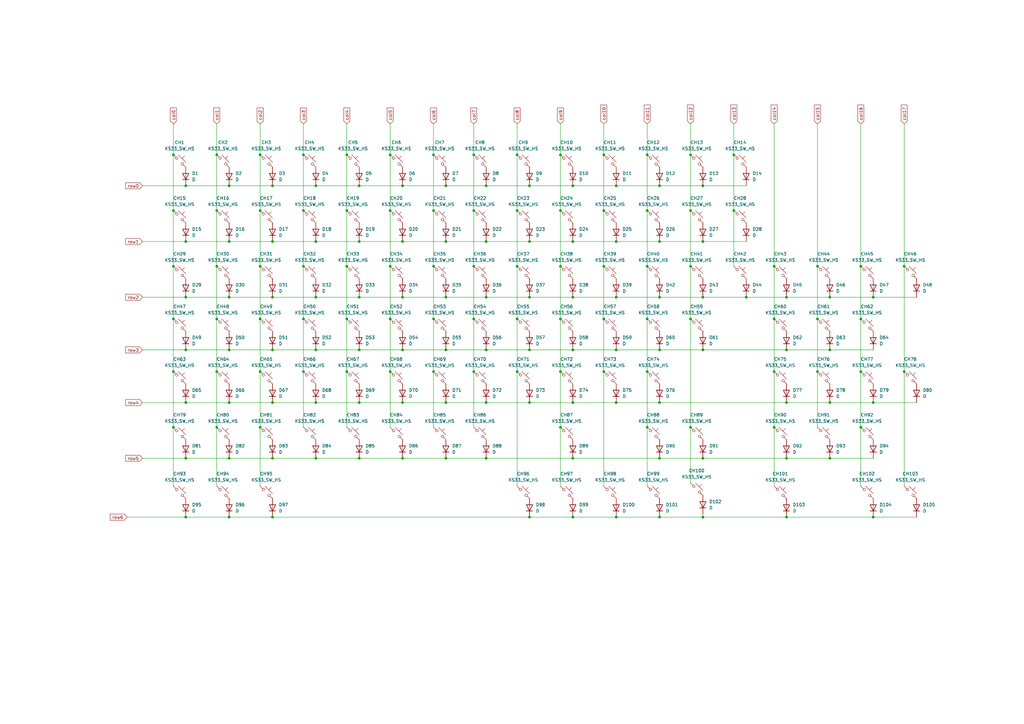
<source format=kicad_sch>
(kicad_sch (version 20231120) (generator "eeschema") (generator_version "8.0")
  (paper "A3")
  (junction (at 270.51 187.96))
  (junction (at 270.51 143.51))
  (junction (at 93.98 121.92))
  (junction (at 106.68 152.4))
  (junction (at 283.21 109.22))
  (junction (at 306.07 121.92))
  (junction (at 182.88 76.2))
  (junction (at 93.98 76.2))
  (junction (at 322.58 212.09))
  (junction (at 88.9 86.36))
  (junction (at 129.54 143.51))
  (junction (at 147.32 99.06))
  (junction (at 124.46 152.4))
  (junction (at 106.68 175.26))
  (junction (at 142.24 63.5))
  (junction (at 217.17 121.92))
  (junction (at 234.95 212.09))
  (junction (at 322.58 143.51))
  (junction (at 160.02 86.36))
  (junction (at 165.1 121.92))
  (junction (at 265.43 152.4))
  (junction (at 335.28 130.81))
  (junction (at 252.73 143.51))
  (junction (at 199.39 76.2))
  (junction (at 106.68 109.22))
  (junction (at 71.12 130.81))
  (junction (at 247.65 152.4))
  (junction (at 76.2 212.09))
  (junction (at 106.68 63.5))
  (junction (at 124.46 109.22))
  (junction (at 353.06 152.4))
  (junction (at 283.21 86.36))
  (junction (at 252.73 165.1))
  (junction (at 88.9 109.22))
  (junction (at 247.65 63.5))
  (junction (at 370.84 152.4))
  (junction (at 71.12 175.26))
  (junction (at 106.68 86.36))
  (junction (at 199.39 165.1))
  (junction (at 217.17 165.1))
  (junction (at 353.06 109.22))
  (junction (at 93.98 187.96))
  (junction (at 283.21 130.81))
  (junction (at 177.8 130.81))
  (junction (at 88.9 130.81))
  (junction (at 147.32 76.2))
  (junction (at 317.5 152.4))
  (junction (at 270.51 212.09))
  (junction (at 160.02 63.5))
  (junction (at 217.17 212.09))
  (junction (at 252.73 76.2))
  (junction (at 212.09 86.36))
  (junction (at 358.14 165.1))
  (junction (at 147.32 187.96))
  (junction (at 300.99 86.36))
  (junction (at 177.8 86.36))
  (junction (at 111.76 212.09))
  (junction (at 229.87 86.36))
  (junction (at 212.09 152.4))
  (junction (at 93.98 165.1))
  (junction (at 229.87 130.81))
  (junction (at 340.36 143.51))
  (junction (at 76.2 121.92))
  (junction (at 142.24 109.22))
  (junction (at 283.21 63.5))
  (junction (at 288.29 121.92))
  (junction (at 177.8 63.5))
  (junction (at 234.95 143.51))
  (junction (at 353.06 175.26))
  (junction (at 234.95 187.96))
  (junction (at 71.12 86.36))
  (junction (at 129.54 187.96))
  (junction (at 234.95 99.06))
  (junction (at 212.09 109.22))
  (junction (at 194.31 63.5))
  (junction (at 217.17 99.06))
  (junction (at 76.2 76.2))
  (junction (at 177.8 152.4))
  (junction (at 129.54 76.2))
  (junction (at 93.98 143.51))
  (junction (at 247.65 109.22))
  (junction (at 270.51 99.06))
  (junction (at 88.9 152.4))
  (junction (at 335.28 109.22))
  (junction (at 340.36 165.1))
  (junction (at 194.31 86.36))
  (junction (at 288.29 187.96))
  (junction (at 322.58 187.96))
  (junction (at 217.17 143.51))
  (junction (at 194.31 109.22))
  (junction (at 129.54 99.06))
  (junction (at 353.06 130.81))
  (junction (at 217.17 76.2))
  (junction (at 194.31 152.4))
  (junction (at 317.5 175.26))
  (junction (at 182.88 99.06))
  (junction (at 252.73 212.09))
  (junction (at 199.39 99.06))
  (junction (at 288.29 99.06))
  (junction (at 317.5 109.22))
  (junction (at 212.09 130.81))
  (junction (at 177.8 109.22))
  (junction (at 358.14 212.09))
  (junction (at 147.32 143.51))
  (junction (at 288.29 212.09))
  (junction (at 229.87 109.22))
  (junction (at 212.09 63.5))
  (junction (at 160.02 109.22))
  (junction (at 199.39 143.51))
  (junction (at 335.28 152.4))
  (junction (at 194.31 130.81))
  (junction (at 124.46 130.81))
  (junction (at 124.46 86.36))
  (junction (at 160.02 152.4))
  (junction (at 111.76 165.1))
  (junction (at 229.87 63.5))
  (junction (at 270.51 165.1))
  (junction (at 93.98 99.06))
  (junction (at 340.36 187.96))
  (junction (at 234.95 121.92))
  (junction (at 88.9 63.5))
  (junction (at 147.32 121.92))
  (junction (at 370.84 109.22))
  (junction (at 124.46 63.5))
  (junction (at 111.76 143.51))
  (junction (at 340.36 121.92))
  (junction (at 182.88 143.51))
  (junction (at 129.54 165.1))
  (junction (at 288.29 76.2))
  (junction (at 265.43 175.26))
  (junction (at 199.39 187.96))
  (junction (at 317.5 130.81))
  (junction (at 71.12 63.5))
  (junction (at 247.65 130.81))
  (junction (at 165.1 143.51))
  (junction (at 229.87 175.26))
  (junction (at 142.24 152.4))
  (junction (at 93.98 212.09))
  (junction (at 111.76 99.06))
  (junction (at 182.88 187.96))
  (junction (at 229.87 152.4))
  (junction (at 142.24 86.36))
  (junction (at 111.76 187.96))
  (junction (at 165.1 76.2))
  (junction (at 288.29 143.51))
  (junction (at 147.32 165.1))
  (junction (at 71.12 152.4))
  (junction (at 265.43 130.81))
  (junction (at 199.39 121.92))
  (junction (at 111.76 76.2))
  (junction (at 165.1 165.1))
  (junction (at 182.88 165.1))
  (junction (at 234.95 76.2))
  (junction (at 165.1 187.96))
  (junction (at 252.73 99.06))
  (junction (at 106.68 130.81))
  (junction (at 358.14 121.92))
  (junction (at 129.54 121.92))
  (junction (at 88.9 175.26))
  (junction (at 76.2 187.96))
  (junction (at 76.2 99.06))
  (junction (at 142.24 130.81))
  (junction (at 322.58 165.1))
  (junction (at 165.1 99.06))
  (junction (at 270.51 121.92))
  (junction (at 283.21 175.26))
  (junction (at 252.73 121.92))
  (junction (at 300.99 63.5))
  (junction (at 265.43 86.36))
  (junction (at 71.12 109.22))
  (junction (at 234.95 165.1))
  (junction (at 322.58 121.92))
  (junction (at 111.76 121.92))
  (junction (at 265.43 109.22))
  (junction (at 270.51 76.2))
  (junction (at 76.2 143.51))
  (junction (at 160.02 130.81))
  (junction (at 247.65 86.36))
  (junction (at 265.43 63.5))
  (junction (at 76.2 165.1))
  (junction (at 182.88 121.92))
  (wire (pts (xy 160.02 86.36) (xy 160.02 109.22)))
  (wire (pts (xy 217.17 212.09) (xy 234.95 212.09)))
  (wire (pts (xy 124.46 50.8) (xy 124.46 63.5)))
  (wire (pts (xy 142.24 50.8) (xy 142.24 63.5)))
  (wire (pts (xy 265.43 63.5) (xy 265.43 86.36)))
  (wire (pts (xy 270.51 165.1) (xy 322.58 165.1)))
  (wire (pts (xy 93.98 143.51) (xy 111.76 143.51)))
  (wire (pts (xy 340.36 187.96) (xy 358.14 187.96)))
  (wire (pts (xy 229.87 152.4) (xy 229.87 175.26)))
  (wire (pts (xy 52.07 212.09) (xy 76.2 212.09)))
  (wire (pts (xy 370.84 152.4) (xy 370.84 199.39)))
  (wire (pts (xy 353.06 109.22) (xy 353.06 130.81)))
  (wire (pts (xy 335.28 130.81) (xy 335.28 152.4)))
  (wire (pts (xy 106.68 130.81) (xy 106.68 152.4)))
  (wire (pts (xy 283.21 175.26) (xy 283.21 198.12)))
  (wire (pts (xy 76.2 99.06) (xy 93.98 99.06)))
  (wire (pts (xy 322.58 165.1) (xy 340.36 165.1)))
  (wire (pts (xy 160.02 63.5) (xy 160.02 86.36)))
  (wire (pts (xy 76.2 143.51) (xy 93.98 143.51)))
  (wire (pts (xy 322.58 187.96) (xy 340.36 187.96)))
  (wire (pts (xy 317.5 109.22) (xy 317.5 130.81)))
  (wire (pts (xy 353.06 50.8) (xy 353.06 109.22)))
  (wire (pts (xy 106.68 109.22) (xy 106.68 130.81)))
  (wire (pts (xy 58.42 99.06) (xy 76.2 99.06)))
  (wire (pts (xy 106.68 175.26) (xy 106.68 199.39)))
  (wire (pts (xy 247.65 63.5) (xy 247.65 86.36)))
  (wire (pts (xy 58.42 121.92) (xy 76.2 121.92)))
  (wire (pts (xy 217.17 165.1) (xy 234.95 165.1)))
  (wire (pts (xy 283.21 50.8) (xy 283.21 63.5)))
  (wire (pts (xy 194.31 86.36) (xy 194.31 109.22)))
  (wire (pts (xy 199.39 165.1) (xy 217.17 165.1)))
  (wire (pts (xy 252.73 165.1) (xy 270.51 165.1)))
  (wire (pts (xy 229.87 86.36) (xy 229.87 109.22)))
  (wire (pts (xy 234.95 99.06) (xy 252.73 99.06)))
  (wire (pts (xy 265.43 86.36) (xy 265.43 109.22)))
  (wire (pts (xy 265.43 130.81) (xy 265.43 152.4)))
  (wire (pts (xy 234.95 76.2) (xy 252.73 76.2)))
  (wire (pts (xy 142.24 130.81) (xy 142.24 152.4)))
  (wire (pts (xy 177.8 63.5) (xy 177.8 86.36)))
  (wire (pts (xy 88.9 50.8) (xy 88.9 63.5)))
  (wire (pts (xy 252.73 212.09) (xy 270.51 212.09)))
  (wire (pts (xy 370.84 50.8) (xy 370.84 109.22)))
  (wire (pts (xy 283.21 63.5) (xy 283.21 86.36)))
  (wire (pts (xy 71.12 86.36) (xy 71.12 109.22)))
  (wire (pts (xy 124.46 130.81) (xy 124.46 152.4)))
  (wire (pts (xy 111.76 76.2) (xy 129.54 76.2)))
  (wire (pts (xy 71.12 130.81) (xy 71.12 152.4)))
  (wire (pts (xy 58.42 76.2) (xy 76.2 76.2)))
  (wire (pts (xy 317.5 175.26) (xy 317.5 199.39)))
  (wire (pts (xy 165.1 187.96) (xy 182.88 187.96)))
  (wire (pts (xy 88.9 109.22) (xy 88.9 130.81)))
  (wire (pts (xy 147.32 143.51) (xy 165.1 143.51)))
  (wire (pts (xy 88.9 130.81) (xy 88.9 152.4)))
  (wire (pts (xy 165.1 143.51) (xy 182.88 143.51)))
  (wire (pts (xy 71.12 63.5) (xy 71.12 86.36)))
  (wire (pts (xy 124.46 152.4) (xy 124.46 175.26)))
  (wire (pts (xy 129.54 187.96) (xy 147.32 187.96)))
  (wire (pts (xy 93.98 165.1) (xy 111.76 165.1)))
  (wire (pts (xy 76.2 187.96) (xy 93.98 187.96)))
  (wire (pts (xy 252.73 121.92) (xy 270.51 121.92)))
  (wire (pts (xy 340.36 121.92) (xy 358.14 121.92)))
  (wire (pts (xy 142.24 86.36) (xy 142.24 109.22)))
  (wire (pts (xy 76.2 212.09) (xy 93.98 212.09)))
  (wire (pts (xy 165.1 165.1) (xy 182.88 165.1)))
  (wire (pts (xy 111.76 187.96) (xy 129.54 187.96)))
  (wire (pts (xy 212.09 130.81) (xy 212.09 152.4)))
  (wire (pts (xy 217.17 76.2) (xy 234.95 76.2)))
  (wire (pts (xy 93.98 76.2) (xy 111.76 76.2)))
  (wire (pts (xy 111.76 99.06) (xy 129.54 99.06)))
  (wire (pts (xy 142.24 109.22) (xy 142.24 130.81)))
  (wire (pts (xy 129.54 76.2) (xy 147.32 76.2)))
  (wire (pts (xy 229.87 109.22) (xy 229.87 130.81)))
  (wire (pts (xy 335.28 109.22) (xy 335.28 130.81)))
  (wire (pts (xy 165.1 76.2) (xy 182.88 76.2)))
  (wire (pts (xy 160.02 109.22) (xy 160.02 130.81)))
  (wire (pts (xy 322.58 212.09) (xy 358.14 212.09)))
  (wire (pts (xy 182.88 165.1) (xy 199.39 165.1)))
  (wire (pts (xy 270.51 121.92) (xy 288.29 121.92)))
  (wire (pts (xy 106.68 152.4) (xy 106.68 175.26)))
  (wire (pts (xy 229.87 130.81) (xy 229.87 152.4)))
  (wire (pts (xy 88.9 86.36) (xy 88.9 109.22)))
  (wire (pts (xy 300.99 63.5) (xy 300.99 86.36)))
  (wire (pts (xy 88.9 175.26) (xy 88.9 199.39)))
  (wire (pts (xy 147.32 99.06) (xy 165.1 99.06)))
  (wire (pts (xy 288.29 212.09) (xy 322.58 212.09)))
  (wire (pts (xy 283.21 109.22) (xy 283.21 130.81)))
  (wire (pts (xy 247.65 152.4) (xy 247.65 199.39)))
  (wire (pts (xy 76.2 165.1) (xy 93.98 165.1)))
  (wire (pts (xy 340.36 165.1) (xy 358.14 165.1)))
  (wire (pts (xy 335.28 50.8) (xy 335.28 109.22)))
  (wire (pts (xy 106.68 86.36) (xy 106.68 109.22)))
  (wire (pts (xy 124.46 63.5) (xy 124.46 86.36)))
  (wire (pts (xy 93.98 99.06) (xy 111.76 99.06)))
  (wire (pts (xy 182.88 187.96) (xy 199.39 187.96)))
  (wire (pts (xy 270.51 76.2) (xy 288.29 76.2)))
  (wire (pts (xy 199.39 99.06) (xy 217.17 99.06)))
  (wire (pts (xy 270.51 187.96) (xy 288.29 187.96)))
  (wire (pts (xy 306.07 121.92) (xy 322.58 121.92)))
  (wire (pts (xy 71.12 152.4) (xy 71.12 175.26)))
  (wire (pts (xy 370.84 109.22) (xy 370.84 152.4)))
  (wire (pts (xy 353.06 152.4) (xy 353.06 175.26)))
  (wire (pts (xy 177.8 86.36) (xy 177.8 109.22)))
  (wire (pts (xy 194.31 63.5) (xy 194.31 86.36)))
  (wire (pts (xy 142.24 63.5) (xy 142.24 86.36)))
  (wire (pts (xy 199.39 76.2) (xy 217.17 76.2)))
  (wire (pts (xy 288.29 99.06) (xy 306.07 99.06)))
  (wire (pts (xy 252.73 143.51) (xy 270.51 143.51)))
  (wire (pts (xy 229.87 50.8) (xy 229.87 63.5)))
  (wire (pts (xy 358.14 165.1) (xy 375.92 165.1)))
  (wire (pts (xy 212.09 50.8) (xy 212.09 63.5)))
  (wire (pts (xy 71.12 50.8) (xy 71.12 63.5)))
  (wire (pts (xy 265.43 50.8) (xy 265.43 63.5)))
  (wire (pts (xy 182.88 121.92) (xy 199.39 121.92)))
  (wire (pts (xy 270.51 212.09) (xy 288.29 212.09)))
  (wire (pts (xy 182.88 76.2) (xy 199.39 76.2)))
  (wire (pts (xy 147.32 165.1) (xy 165.1 165.1)))
  (wire (pts (xy 165.1 99.06) (xy 182.88 99.06)))
  (wire (pts (xy 288.29 143.51) (xy 322.58 143.51)))
  (wire (pts (xy 129.54 143.51) (xy 147.32 143.51)))
  (wire (pts (xy 247.65 109.22) (xy 247.65 130.81)))
  (wire (pts (xy 147.32 76.2) (xy 165.1 76.2)))
  (wire (pts (xy 283.21 130.81) (xy 283.21 175.26)))
  (wire (pts (xy 234.95 165.1) (xy 252.73 165.1)))
  (wire (pts (xy 194.31 130.81) (xy 194.31 152.4)))
  (wire (pts (xy 212.09 63.5) (xy 212.09 86.36)))
  (wire (pts (xy 252.73 76.2) (xy 270.51 76.2)))
  (wire (pts (xy 317.5 152.4) (xy 317.5 175.26)))
  (wire (pts (xy 353.06 130.81) (xy 353.06 152.4)))
  (wire (pts (xy 129.54 99.06) (xy 147.32 99.06)))
  (wire (pts (xy 106.68 50.8) (xy 106.68 63.5)))
  (wire (pts (xy 160.02 130.81) (xy 160.02 152.4)))
  (wire (pts (xy 111.76 143.51) (xy 129.54 143.51)))
  (wire (pts (xy 288.29 121.92) (xy 306.07 121.92)))
  (wire (pts (xy 129.54 165.1) (xy 147.32 165.1)))
  (wire (pts (xy 317.5 130.81) (xy 317.5 152.4)))
  (wire (pts (xy 194.31 109.22) (xy 194.31 130.81)))
  (wire (pts (xy 106.68 63.5) (xy 106.68 86.36)))
  (wire (pts (xy 322.58 143.51) (xy 340.36 143.51)))
  (wire (pts (xy 217.17 143.51) (xy 234.95 143.51)))
  (wire (pts (xy 229.87 175.26) (xy 229.87 199.39)))
  (wire (pts (xy 177.8 109.22) (xy 177.8 130.81)))
  (wire (pts (xy 111.76 165.1) (xy 129.54 165.1)))
  (wire (pts (xy 288.29 76.2) (xy 306.07 76.2)))
  (wire (pts (xy 111.76 212.09) (xy 217.17 212.09)))
  (wire (pts (xy 288.29 187.96) (xy 322.58 187.96)))
  (wire (pts (xy 247.65 50.8) (xy 247.65 63.5)))
  (wire (pts (xy 199.39 187.96) (xy 234.95 187.96)))
  (wire (pts (xy 93.98 187.96) (xy 111.76 187.96)))
  (wire (pts (xy 322.58 121.92) (xy 340.36 121.92)))
  (wire (pts (xy 129.54 121.92) (xy 147.32 121.92)))
  (wire (pts (xy 93.98 212.09) (xy 111.76 212.09)))
  (wire (pts (xy 88.9 152.4) (xy 88.9 175.26)))
  (wire (pts (xy 199.39 143.51) (xy 217.17 143.51)))
  (wire (pts (xy 76.2 121.92) (xy 93.98 121.92)))
  (wire (pts (xy 270.51 99.06) (xy 288.29 99.06)))
  (wire (pts (xy 147.32 121.92) (xy 165.1 121.92)))
  (wire (pts (xy 247.65 130.81) (xy 247.65 152.4)))
  (wire (pts (xy 177.8 50.8) (xy 177.8 63.5)))
  (wire (pts (xy 76.2 76.2) (xy 93.98 76.2)))
  (wire (pts (xy 335.28 152.4) (xy 335.28 175.26)))
  (wire (pts (xy 160.02 50.8) (xy 160.02 63.5)))
  (wire (pts (xy 165.1 121.92) (xy 182.88 121.92)))
  (wire (pts (xy 265.43 175.26) (xy 265.43 199.39)))
  (wire (pts (xy 199.39 121.92) (xy 217.17 121.92)))
  (wire (pts (xy 177.8 130.81) (xy 177.8 152.4)))
  (wire (pts (xy 124.46 109.22) (xy 124.46 130.81)))
  (wire (pts (xy 212.09 86.36) (xy 212.09 109.22)))
  (wire (pts (xy 194.31 152.4) (xy 194.31 175.26)))
  (wire (pts (xy 317.5 50.8) (xy 317.5 109.22)))
  (wire (pts (xy 270.51 143.51) (xy 288.29 143.51)))
  (wire (pts (xy 300.99 86.36) (xy 300.99 109.22)))
  (wire (pts (xy 217.17 99.06) (xy 234.95 99.06)))
  (wire (pts (xy 58.42 187.96) (xy 76.2 187.96)))
  (wire (pts (xy 283.21 86.36) (xy 283.21 109.22)))
  (wire (pts (xy 182.88 99.06) (xy 199.39 99.06)))
  (wire (pts (xy 212.09 152.4) (xy 212.09 199.39)))
  (wire (pts (xy 58.42 165.1) (xy 76.2 165.1)))
  (wire (pts (xy 71.12 175.26) (xy 71.12 199.39)))
  (wire (pts (xy 58.42 143.51) (xy 76.2 143.51)))
  (wire (pts (xy 177.8 152.4) (xy 177.8 175.26)))
  (wire (pts (xy 234.95 121.92) (xy 252.73 121.92)))
  (wire (pts (xy 247.65 86.36) (xy 247.65 109.22)))
  (wire (pts (xy 147.32 187.96) (xy 165.1 187.96)))
  (wire (pts (xy 217.17 121.92) (xy 234.95 121.92)))
  (wire (pts (xy 300.99 50.8) (xy 300.99 63.5)))
  (wire (pts (xy 252.73 99.06) (xy 270.51 99.06)))
  (wire (pts (xy 88.9 63.5) (xy 88.9 86.36)))
  (wire (pts (xy 234.95 212.09) (xy 252.73 212.09)))
  (wire (pts (xy 160.02 152.4) (xy 160.02 175.26)))
  (wire (pts (xy 71.12 109.22) (xy 71.12 130.81)))
  (wire (pts (xy 194.31 50.8) (xy 194.31 63.5)))
  (wire (pts (xy 340.36 143.51) (xy 358.14 143.51)))
  (wire (pts (xy 182.88 143.51) (xy 199.39 143.51)))
  (wire (pts (xy 265.43 152.4) (xy 265.43 175.26)))
  (wire (pts (xy 111.76 121.92) (xy 129.54 121.92)))
  (wire (pts (xy 288.29 210.82) (xy 288.29 212.09)))
  (wire (pts (xy 124.46 86.36) (xy 124.46 109.22)))
  (wire (pts (xy 229.87 63.5) (xy 229.87 86.36)))
  (wire (pts (xy 142.24 152.4) (xy 142.24 175.26)))
  (wire (pts (xy 212.09 109.22) (xy 212.09 130.81)))
  (wire (pts (xy 358.14 121.92) (xy 375.92 121.92)))
  (wire (pts (xy 353.06 175.26) (xy 353.06 199.39)))
  (wire (pts (xy 93.98 121.92) (xy 111.76 121.92)))
  (wire (pts (xy 265.43 109.22) (xy 265.43 130.81)))
  (wire (pts (xy 358.14 212.09) (xy 375.92 212.09)))
  (wire (pts (xy 234.95 143.51) (xy 252.73 143.51)))
  (wire (pts (xy 234.95 187.96) (xy 270.51 187.96)))
  (global_label "col12" (shape input) (at 283.21 50.8 90) (property "Intersheetrefs" "${INTERSHEET_REFS}" (effects (hide yes))))
  (global_label "col14" (shape input) (at 317.5 50.8 90) (property "Intersheetrefs" "${INTERSHEET_REFS}" (effects (hide yes))))
  (global_label "col17" (shape input) (at 370.84 50.8 90) (property "Intersheetrefs" "${INTERSHEET_REFS}" (effects (hide yes))))
  (global_label "col2" (shape input) (at 106.68 50.8 90) (property "Intersheetrefs" "${INTERSHEET_REFS}" (effects (hide yes))))
  (global_label "col10" (shape input) (at 247.65 50.8 90) (property "Intersheetrefs" "${INTERSHEET_REFS}" (effects (hide yes))))
  (global_label "col1" (shape input) (at 88.9 50.8 90) (property "Intersheetrefs" "${INTERSHEET_REFS}" (effects (hide yes))))
  (global_label "row6" (shape input) (at 52.07 212.09 180) (property "Intersheetrefs" "${INTERSHEET_REFS}" (effects (hide yes))))
  (global_label "col11" (shape input) (at 265.43 50.8 90) (property "Intersheetrefs" "${INTERSHEET_REFS}" (effects (hide yes))))
  (global_label "row5" (shape input) (at 58.42 187.96 180) (property "Intersheetrefs" "${INTERSHEET_REFS}" (effects (hide yes))))
  (global_label "col13" (shape input) (at 300.99 50.8 90) (property "Intersheetrefs" "${INTERSHEET_REFS}" (effects (hide yes))))
  (global_label "row0" (shape input) (at 58.42 76.2 180) (property "Intersheetrefs" "${INTERSHEET_REFS}" (effects (hide yes))))
  (global_label "col8" (shape input) (at 212.09 50.8 90) (property "Intersheetrefs" "${INTERSHEET_REFS}" (effects (hide yes))))
  (global_label "row4" (shape input) (at 58.42 165.1 180) (property "Intersheetrefs" "${INTERSHEET_REFS}" (effects (hide yes))))
  (global_label "col6" (shape input) (at 177.8 50.8 90) (property "Intersheetrefs" "${INTERSHEET_REFS}" (effects (hide yes))))
  (global_label "row3" (shape input) (at 58.42 143.51 180) (property "Intersheetrefs" "${INTERSHEET_REFS}" (effects (hide yes))))
  (global_label "col15" (shape input) (at 335.28 50.8 90) (property "Intersheetrefs" "${INTERSHEET_REFS}" (effects (hide yes))))
  (global_label "col4" (shape input) (at 142.24 50.8 90) (property "Intersheetrefs" "${INTERSHEET_REFS}" (effects (hide yes))))
  (global_label "col3" (shape input) (at 124.46 50.8 90) (property "Intersheetrefs" "${INTERSHEET_REFS}" (effects (hide yes))))
  (global_label "col16" (shape input) (at 353.06 50.8 90) (property "Intersheetrefs" "${INTERSHEET_REFS}" (effects (hide yes))))
  (global_label "row2" (shape input) (at 58.42 121.92 180) (property "Intersheetrefs" "${INTERSHEET_REFS}" (effects (hide yes))))
  (global_label "col0" (shape input) (at 71.12 50.8 90) (property "Intersheetrefs" "${INTERSHEET_REFS}" (effects (hide yes))))
  (global_label "col7" (shape input) (at 194.31 50.8 90) (property "Intersheetrefs" "${INTERSHEET_REFS}" (effects (hide yes))))
  (global_label "row1" (shape input) (at 58.42 99.06 180) (property "Intersheetrefs" "${INTERSHEET_REFS}" (effects (hide yes))))
  (global_label "col5" (shape input) (at 160.02 50.8 90) (property "Intersheetrefs" "${INTERSHEET_REFS}" (effects (hide yes))))
  (global_label "col9" (shape input) (at 229.87 50.8 90) (property "Intersheetrefs" "${INTERSHEET_REFS}" (effects (hide yes))))
  (symbol (lib_id "Device:D") (at 322.58 184.15 90) (unit 1)
    (property "Reference" "D92" (at 325.12 182.8799 90) (effects (justify right)))
    (property "Value" "D" (at 325.12 185.4199 90) (effects (justify right)))
    (property "Footprint" "Diode_SMD:D_SOD-123" (effects (hide yes)))
    (property "Description" "Diode" (effects (hide yes)))
    (property "Sim.Device" "D" (effects (hide yes)))
    (property "Sim.Pins" "1=K 2=A" (effects (hide yes)))
  )
  (symbol (lib_id "Device:D") (at 93.98 118.11 90) (unit 1)
    (property "Reference" "D30" (at 96.52 116.8399 90) (effects (justify right)))
    (property "Value" "D" (at 96.52 119.3799 90) (effects (justify right)))
    (property "Footprint" "Diode_SMD:D_SOD-123" (effects (hide yes)))
    (property "Description" "Diode" (effects (hide yes)))
    (property "Sim.Device" "D" (effects (hide yes)))
    (property "Sim.Pins" "1=K 2=A" (effects (hide yes)))
  )
  (symbol (lib_id "PCM_marbastlib-gateron_lp:KS33_SW_HS_KS-2P02B01-02") (at 373.38 154.94 0) (unit 1)
    (property "Reference" "CH78" (at 373.38 147.32 0))
    (property "Value" "KS33_SW_HS" (at 373.38 149.86 0))
    (property "Footprint" "ModHob:KS-33_MX-Hotswap-1U" (effects (hide yes)))
    (property "Description" "Push button switch, normally open, two pins, 45° tilted" (effects (hide yes)))
  )
  (symbol (lib_id "PCM_marbastlib-gateron_lp:KS33_SW_HS_KS-2P02B01-02") (at 109.22 201.93 0) (unit 1)
    (property "Reference" "CH95" (at 109.22 194.31 0))
    (property "Value" "KS33_SW_HS" (at 109.22 196.85 0))
    (property "Footprint" "ModHob:KS-33_MX-Hotswap-1U" (effects (hide yes)))
    (property "Description" "Push button switch, normally open, two pins, 45° tilted" (effects (hide yes)))
  )
  (symbol (lib_id "Device:D") (at 147.32 161.29 90) (unit 1)
    (property "Reference" "D69" (at 149.86 160.0199 90) (effects (justify right)))
    (property "Value" "D" (at 149.86 162.5599 90) (effects (justify right)))
    (property "Footprint" "Diode_SMD:D_SOD-123" (effects (hide yes)))
    (property "Description" "Diode" (effects (hide yes)))
    (property "Sim.Device" "D" (effects (hide yes)))
    (property "Sim.Pins" "1=K 2=A" (effects (hide yes)))
  )
  (symbol (lib_id "PCM_marbastlib-gateron_lp:KS33_SW_HS_KS-2P02B01-02") (at 180.34 133.35 0) (unit 1)
    (property "Reference" "CH53" (at 180.34 125.73 0))
    (property "Value" "KS33_SW_HS" (at 180.34 128.27 0))
    (property "Footprint" "ModHob:KS-33_MX-Hotswap-1U" (effects (hide yes)))
    (property "Description" "Push button switch, normally open, two pins, 45° tilted" (effects (hide yes)))
  )
  (symbol (lib_id "PCM_marbastlib-gateron_lp:KS33_SW_HS_KS-2P02B01-02") (at 250.19 88.9 0) (unit 1)
    (property "Reference" "CH25" (at 250.19 81.28 0))
    (property "Value" "KS33_SW_HS" (at 250.19 83.82 0))
    (property "Footprint" "ModHob:KS-33_MX-Hotswap-1U" (effects (hide yes)))
    (property "Description" "Push button switch, normally open, two pins, 45° tilted" (effects (hide yes)))
  )
  (symbol (lib_id "Device:D") (at 217.17 208.28 90) (unit 1)
    (property "Reference" "D98" (at 219.71 207.0099 90) (effects (justify right)))
    (property "Value" "D" (at 219.71 209.5499 90) (effects (justify right)))
    (property "Footprint" "Diode_SMD:D_SOD-123" (effects (hide yes)))
    (property "Description" "Diode" (effects (hide yes)))
    (property "Sim.Device" "D" (effects (hide yes)))
    (property "Sim.Pins" "1=K 2=A" (effects (hide yes)))
  )
  (symbol (lib_id "PCM_marbastlib-gateron_lp:KS33_SW_HS_KS-2P02B01-02") (at 127 154.94 0) (unit 1)
    (property "Reference" "CH66" (at 127 147.32 0))
    (property "Value" "KS33_SW_HS" (at 127 149.86 0))
    (property "Footprint" "ModHob:KS-33_MX-Hotswap-1U" (effects (hide yes)))
    (property "Description" "Push button switch, normally open, two pins, 45° tilted" (effects (hide yes)))
  )
  (symbol (lib_id "Device:D") (at 111.76 184.15 90) (unit 1)
    (property "Reference" "D83" (at 114.3 182.8799 90) (effects (justify right)))
    (property "Value" "D" (at 114.3 185.4199 90) (effects (justify right)))
    (property "Footprint" "Diode_SMD:D_SOD-123" (effects (hide yes)))
    (property "Description" "Diode" (effects (hide yes)))
    (property "Sim.Device" "D" (effects (hide yes)))
    (property "Sim.Pins" "1=K 2=A" (effects (hide yes)))
  )
  (symbol (lib_id "PCM_marbastlib-gateron_lp:KS33_SW_HS_KS-2P02B01-02") (at 232.41 88.9 0) (unit 1)
    (property "Reference" "CH24" (at 232.41 81.28 0))
    (property "Value" "KS33_SW_HS" (at 232.41 83.82 0))
    (property "Footprint" "ModHob:KS-33_MX-Hotswap-1U" (effects (hide yes)))
    (property "Description" "Push button switch, normally open, two pins, 45° tilted" (effects (hide yes)))
  )
  (symbol (lib_id "PCM_marbastlib-gateron_lp:KS33_SW_HS_KS-2P02B01-02") (at 196.85 111.76 0) (unit 1)
    (property "Reference" "CH36" (at 196.85 104.14 0))
    (property "Value" "KS33_SW_HS" (at 196.85 106.68 0))
    (property "Footprint" "ModHob:KS-33_MX-Hotswap-1U" (effects (hide yes)))
    (property "Description" "Push button switch, normally open, two pins, 45° tilted" (effects (hide yes)))
  )
  (symbol (lib_id "PCM_marbastlib-gateron_lp:KS33_SW_HS_KS-2P02B01-02") (at 180.34 66.04 0) (unit 1)
    (property "Reference" "CH7" (at 180.34 58.42 0))
    (property "Value" "KS33_SW_HS" (at 180.34 60.96 0))
    (property "Footprint" "ModHob:KS-33_MX-Hotswap-1U" (effects (hide yes)))
    (property "Description" "Push button switch, normally open, two pins, 45° tilted" (effects (hide yes)))
  )
  (symbol (lib_id "PCM_marbastlib-gateron_lp:KS33_SW_HS_KS-2P02B01-02") (at 373.38 201.93 0) (unit 1)
    (property "Reference" "CH103" (at 373.38 194.31 0))
    (property "Value" "KS33_SW_HS" (at 373.38 196.85 0))
    (property "Footprint" "ModHob:KS-33_MX-Hotswap-1U" (effects (hide yes)))
    (property "Description" "Push button switch, normally open, two pins, 45° tilted" (effects (hide yes)))
  )
  (symbol (lib_id "PCM_marbastlib-gateron_lp:KS33_SW_HS_KS-2P02B01-02") (at 73.66 111.76 0) (unit 1)
    (property "Reference" "CH29" (at 73.66 104.14 0))
    (property "Value" "KS33_SW_HS" (at 73.66 106.68 0))
    (property "Footprint" "ModHob:KS-33_MX-Hotswap-1U" (effects (hide yes)))
    (property "Description" "Push button switch, normally open, two pins, 45° tilted" (effects (hide yes)))
  )
  (symbol (lib_id "Device:D") (at 165.1 139.7 90) (unit 1)
    (property "Reference" "D54" (at 167.64 138.4299 90) (effects (justify right)))
    (property "Value" "D" (at 167.64 140.9699 90) (effects (justify right)))
    (property "Footprint" "Diode_SMD:D_SOD-123" (effects (hide yes)))
    (property "Description" "Diode" (effects (hide yes)))
    (property "Sim.Device" "D" (effects (hide yes)))
    (property "Sim.Pins" "1=K 2=A" (effects (hide yes)))
  )
  (symbol (lib_id "Device:D") (at 217.17 139.7 90) (unit 1)
    (property "Reference" "D57" (at 219.71 138.4299 90) (effects (justify right)))
    (property "Value" "D" (at 219.71 140.9699 90) (effects (justify right)))
    (property "Footprint" "Diode_SMD:D_SOD-123" (effects (hide yes)))
    (property "Description" "Diode" (effects (hide yes)))
    (property "Sim.Device" "D" (effects (hide yes)))
    (property "Sim.Pins" "1=K 2=A" (effects (hide yes)))
  )
  (symbol (lib_id "Device:D") (at 129.54 161.29 90) (unit 1)
    (property "Reference" "D68" (at 132.08 160.0199 90) (effects (justify right)))
    (property "Value" "D" (at 132.08 162.5599 90) (effects (justify right)))
    (property "Footprint" "Diode_SMD:D_SOD-123" (effects (hide yes)))
    (property "Description" "Diode" (effects (hide yes)))
    (property "Sim.Device" "D" (effects (hide yes)))
    (property "Sim.Pins" "1=K 2=A" (effects (hide yes)))
  )
  (symbol (lib_id "PCM_marbastlib-gateron_lp:KS33_SW_HS_KS-2P02B01-02") (at 144.78 133.35 0) (unit 1)
    (property "Reference" "CH51" (at 144.78 125.73 0))
    (property "Value" "KS33_SW_HS" (at 144.78 128.27 0))
    (property "Footprint" "ModHob:KS-33_MX-Hotswap-1U" (effects (hide yes)))
    (property "Description" "Push button switch, normally open, two pins, 45° tilted" (effects (hide yes)))
  )
  (symbol (lib_id "Device:D") (at 234.95 95.25 90) (unit 1)
    (property "Reference" "D24" (at 237.49 93.9799 90) (effects (justify right)))
    (property "Value" "D" (at 237.49 96.5199 90) (effects (justify right)))
    (property "Footprint" "Diode_SMD:D_SOD-123" (effects (hide yes)))
    (property "Description" "Diode" (effects (hide yes)))
    (property "Sim.Device" "D" (effects (hide yes)))
    (property "Sim.Pins" "1=K 2=A" (effects (hide yes)))
  )
  (symbol (lib_id "Device:D") (at 129.54 139.7 90) (unit 1)
    (property "Reference" "D52" (at 132.08 138.4299 90) (effects (justify right)))
    (property "Value" "D" (at 132.08 140.9699 90) (effects (justify right)))
    (property "Footprint" "Diode_SMD:D_SOD-123" (effects (hide yes)))
    (property "Description" "Diode" (effects (hide yes)))
    (property "Sim.Device" "D" (effects (hide yes)))
    (property "Sim.Pins" "1=K 2=A" (effects (hide yes)))
  )
  (symbol (lib_id "PCM_marbastlib-gateron_lp:KS33_SW_HS_KS-2P02B01-02") (at 267.97 111.76 0) (unit 1)
    (property "Reference" "CH40" (at 267.97 104.14 0))
    (property "Value" "KS33_SW_HS" (at 267.97 106.68 0))
    (property "Footprint" "ModHob:KS-33_MX-Hotswap-1U" (effects (hide yes)))
    (property "Description" "Push button switch, normally open, two pins, 45° tilted" (effects (hide yes)))
  )
  (symbol (lib_id "PCM_marbastlib-gateron_lp:KS33_SW_HS_KS-2P02B01-02") (at 250.19 201.93 0) (unit 1)
    (property "Reference" "CH98" (at 250.19 194.31 0))
    (property "Value" "KS33_SW_HS" (at 250.19 196.85 0))
    (property "Footprint" "ModHob:KS-33_MX-Hotswap-1U" (effects (hide yes)))
    (property "Description" "Push button switch, normally open, two pins, 45° tilted" (effects (hide yes)))
  )
  (symbol (lib_id "PCM_marbastlib-gateron_lp:KS33_SW_HS_KS-2P02B01-02") (at 162.56 177.8 0) (unit 1)
    (property "Reference" "CH84" (at 162.56 170.18 0))
    (property "Value" "KS33_SW_HS" (at 162.56 172.72 0))
    (property "Footprint" "ModHob:KS-33_MX-Hotswap-1U" (effects (hide yes)))
    (property "Description" "Push button switch, normally open, two pins, 45° tilted" (effects (hide yes)))
  )
  (symbol (lib_id "PCM_marbastlib-gateron_lp:KS33_SW_HS_KS-2P02B01-02") (at 109.22 66.04 0) (unit 1)
    (property "Reference" "CH3" (at 109.22 58.42 0))
    (property "Value" "KS33_SW_HS" (at 109.22 60.96 0))
    (property "Footprint" "ModHob:KS-33_MX-Hotswap-1U" (effects (hide yes)))
    (property "Description" "Push button switch, normally open, two pins, 45° tilted" (effects (hide yes)))
  )
  (symbol (lib_id "Device:D") (at 129.54 118.11 90) (unit 1)
    (property "Reference" "D32" (at 132.08 116.8399 90) (effects (justify right)))
    (property "Value" "D" (at 132.08 119.3799 90) (effects (justify right)))
    (property "Footprint" "Diode_SMD:D_SOD-123" (effects (hide yes)))
    (property "Description" "Diode" (effects (hide yes)))
    (property "Sim.Device" "D" (effects (hide yes)))
    (property "Sim.Pins" "1=K 2=A" (effects (hide yes)))
  )
  (symbol (lib_id "Device:D") (at 270.51 118.11 90) (unit 1)
    (property "Reference" "D42" (at 273.05 116.8399 90) (effects (justify right)))
    (property "Value" "D" (at 273.05 119.3799 90) (effects (justify right)))
    (property "Footprint" "Diode_SMD:D_SOD-123" (effects (hide yes)))
    (property "Description" "Diode" (effects (hide yes)))
    (property "Sim.Device" "D" (effects (hide yes)))
    (property "Sim.Pins" "1=K 2=A" (effects (hide yes)))
  )
  (symbol (lib_id "PCM_marbastlib-gateron_lp:KS33_SW_HS_KS-2P02B01-02") (at 91.44 133.35 0) (unit 1)
    (property "Reference" "CH48" (at 91.44 125.73 0))
    (property "Value" "KS33_SW_HS" (at 91.44 128.27 0))
    (property "Footprint" "ModHob:KS-33_MX-Hotswap-1U" (effects (hide yes)))
    (property "Description" "Push button switch, normally open, two pins, 45° tilted" (effects (hide yes)))
  )
  (symbol (lib_id "Device:D") (at 358.14 161.29 90) (unit 1)
    (property "Reference" "D79" (at 360.68 160.0199 90) (effects (justify right)))
    (property "Value" "D" (at 360.68 162.5599 90) (effects (justify right)))
    (property "Footprint" "Diode_SMD:D_SOD-123" (effects (hide yes)))
    (property "Description" "Diode" (effects (hide yes)))
    (property "Sim.Device" "D" (effects (hide yes)))
    (property "Sim.Pins" "1=K 2=A" (effects (hide yes)))
  )
  (symbol (lib_id "Device:D") (at 93.98 95.25 90) (unit 1)
    (property "Reference" "D16" (at 96.52 93.9799 90) (effects (justify right)))
    (property "Value" "D" (at 96.52 96.5199 90) (effects (justify right)))
    (property "Footprint" "Diode_SMD:D_SOD-123" (effects (hide yes)))
    (property "Description" "Diode" (effects (hide yes)))
    (property "Sim.Device" "D" (effects (hide yes)))
    (property "Sim.Pins" "1=K 2=A" (effects (hide yes)))
  )
  (symbol (lib_id "Device:D") (at 111.76 161.29 90) (unit 1)
    (property "Reference" "D67" (at 114.3 160.0199 90) (effects (justify right)))
    (property "Value" "D" (at 114.3 162.5599 90) (effects (justify right)))
    (property "Footprint" "Diode_SMD:D_SOD-123" (effects (hide yes)))
    (property "Description" "Diode" (effects (hide yes)))
    (property "Sim.Device" "D" (effects (hide yes)))
    (property "Sim.Pins" "1=K 2=A" (effects (hide yes)))
  )
  (symbol (lib_id "PCM_marbastlib-gateron_lp:KS33_SW_HS_KS-2P02B01-02") (at 91.44 88.9 0) (unit 1)
    (property "Reference" "CH16" (at 91.44 81.28 0))
    (property "Value" "KS33_SW_HS" (at 91.44 83.82 0))
    (property "Footprint" "ModHob:KS-33_MX-Hotswap-1U" (effects (hide yes)))
    (property "Description" "Push button switch, normally open, two pins, 45° tilted" (effects (hide yes)))
  )
  (symbol (lib_id "Device:D") (at 217.17 161.29 90) (unit 1)
    (property "Reference" "D73" (at 219.71 160.0199 90) (effects (justify right)))
    (property "Value" "D" (at 219.71 162.5599 90) (effects (justify right)))
    (property "Footprint" "Diode_SMD:D_SOD-123" (effects (hide yes)))
    (property "Description" "Diode" (effects (hide yes)))
    (property "Sim.Device" "D" (effects (hide yes)))
    (property "Sim.Pins" "1=K 2=A" (effects (hide yes)))
  )
  (symbol (lib_id "Device:D") (at 182.88 72.39 90) (unit 1)
    (property "Reference" "D7" (at 185.42 71.1199 90) (effects (justify right)))
    (property "Value" "D" (at 185.42 73.6599 90) (effects (justify right)))
    (property "Footprint" "Diode_SMD:D_SOD-123" (effects (hide yes)))
    (property "Description" "Diode" (effects (hide yes)))
    (property "Sim.Device" "D" (effects (hide yes)))
    (property "Sim.Pins" "1=K 2=A" (effects (hide yes)))
  )
  (symbol (lib_id "Device:D") (at 340.36 118.11 90) (unit 1)
    (property "Reference" "D46" (at 342.9 116.8399 90) (effects (justify right)))
    (property "Value" "D" (at 342.9 119.3799 90) (effects (justify right)))
    (property "Footprint" "Diode_SMD:D_SOD-123" (effects (hide yes)))
    (property "Description" "Diode" (effects (hide yes)))
    (property "Sim.Device" "D" (effects (hide yes)))
    (property "Sim.Pins" "1=K 2=A" (effects (hide yes)))
  )
  (symbol (lib_id "Device:D") (at 93.98 184.15 90) (unit 1)
    (property "Reference" "D82" (at 96.52 182.8799 90) (effects (justify right)))
    (property "Value" "D" (at 96.52 185.4199 90) (effects (justify right)))
    (property "Footprint" "Diode_SMD:D_SOD-123" (effects (hide yes)))
    (property "Description" "Diode" (effects (hide yes)))
    (property "Sim.Device" "D" (effects (hide yes)))
    (property "Sim.Pins" "1=K 2=A" (effects (hide yes)))
  )
  (symbol (lib_id "Device:D") (at 358.14 208.28 90) (unit 1)
    (property "Reference" "D104" (at 360.68 207.0099 90) (effects (justify right)))
    (property "Value" "D" (at 360.68 209.5499 90) (effects (justify right)))
    (property "Footprint" "Diode_SMD:D_SOD-123" (effects (hide yes)))
    (property "Description" "Diode" (effects (hide yes)))
    (property "Sim.Device" "D" (effects (hide yes)))
    (property "Sim.Pins" "1=K 2=A" (effects (hide yes)))
  )
  (symbol (lib_id "PCM_marbastlib-gateron_lp:KS33_SW_HS_KS-2P02B01-02") (at 232.41 201.93 0) (unit 1)
    (property "Reference" "CH97" (at 232.41 194.31 0))
    (property "Value" "KS33_SW_HS" (at 232.41 196.85 0))
    (property "Footprint" "ModHob:KS-33_MX-Hotswap-1U" (effects (hide yes)))
    (property "Description" "Push button switch, normally open, two pins, 45° tilted" (effects (hide yes)))
  )
  (symbol (lib_id "PCM_marbastlib-gateron_lp:KS33_SW_HS_KS-2P02B01-02") (at 232.41 66.04 0) (unit 1)
    (property "Reference" "CH10" (at 232.41 58.42 0))
    (property "Value" "KS33_SW_HS" (at 232.41 60.96 0))
    (property "Footprint" "ModHob:KS-33_MX-Hotswap-1U" (effects (hide yes)))
    (property "Description" "Push button switch, normally open, two pins, 45° tilted" (effects (hide yes)))
  )
  (symbol (lib_id "Device:D") (at 234.95 72.39 90) (unit 1)
    (property "Reference" "D10" (at 237.49 71.1199 90) (effects (justify right)))
    (property "Value" "D" (at 237.49 73.6599 90) (effects (justify right)))
    (property "Footprint" "Diode_SMD:D_SOD-123" (effects (hide yes)))
    (property "Description" "Diode" (effects (hide yes)))
    (property "Sim.Device" "D" (effects (hide yes)))
    (property "Sim.Pins" "1=K 2=A" (effects (hide yes)))
  )
  (symbol (lib_id "Device:D") (at 234.95 118.11 90) (unit 1)
    (property "Reference" "D38" (at 237.49 116.8399 90) (effects (justify right)))
    (property "Value" "D" (at 237.49 119.3799 90) (effects (justify right)))
    (property "Footprint" "Diode_SMD:D_SOD-123" (effects (hide yes)))
    (property "Description" "Diode" (effects (hide yes)))
    (property "Sim.Device" "D" (effects (hide yes)))
    (property "Sim.Pins" "1=K 2=A" (effects (hide yes)))
  )
  (symbol (lib_id "Device:D") (at 306.07 95.25 90) (unit 1)
    (property "Reference" "D28" (at 308.61 93.9799 90) (effects (justify right)))
    (property "Value" "D" (at 308.61 96.5199 90) (effects (justify right)))
    (property "Footprint" "Diode_SMD:D_SOD-123" (effects (hide yes)))
    (property "Description" "Diode" (effects (hide yes)))
    (property "Sim.Device" "D" (effects (hide yes)))
    (property "Sim.Pins" "1=K 2=A" (effects (hide yes)))
  )
  (symbol (lib_id "Device:D") (at 165.1 95.25 90) (unit 1)
    (property "Reference" "D20" (at 167.64 93.9799 90) (effects (justify right)))
    (property "Value" "D" (at 167.64 96.5199 90) (effects (justify right)))
    (property "Footprint" "Diode_SMD:D_SOD-123" (effects (hide yes)))
    (property "Description" "Diode" (effects (hide yes)))
    (property "Sim.Device" "D" (effects (hide yes)))
    (property "Sim.Pins" "1=K 2=A" (effects (hide yes)))
  )
  (symbol (lib_id "Device:D") (at 93.98 208.28 90) (unit 1)
    (property "Reference" "D96" (at 96.52 207.0099 90) (effects (justify right)))
    (property "Value" "D" (at 96.52 209.5499 90) (effects (justify right)))
    (property "Footprint" "Diode_SMD:D_SOD-123" (effects (hide yes)))
    (property "Description" "Diode" (effects (hide yes)))
    (property "Sim.Device" "D" (effects (hide yes)))
    (property "Sim.Pins" "1=K 2=A" (effects (hide yes)))
  )
  (symbol (lib_id "PCM_marbastlib-gateron_lp:KS33_SW_HS_KS-2P02B01-02") (at 73.66 201.93 0) (unit 1)
    (property "Reference" "CH93" (at 73.66 194.31 0))
    (property "Value" "KS33_SW_HS" (at 73.66 196.85 0))
    (property "Footprint" "ModHob:KS-33_MX-Hotswap-1U" (effects (hide yes)))
    (property "Description" "Push button switch, normally open, two pins, 45° tilted" (effects (hide yes)))
  )
  (symbol (lib_id "PCM_marbastlib-gateron_lp:KS33_SW_HS_KS-2P02B01-02") (at 109.22 177.8 0) (unit 1)
    (property "Reference" "CH81" (at 109.22 170.18 0))
    (property "Value" "KS33_SW_HS" (at 109.22 172.72 0))
    (property "Footprint" "ModHob:KS-33_MX-Hotswap-1U" (effects (hide yes)))
    (property "Description" "Push button switch, normally open, two pins, 45° tilted" (effects (hide yes)))
  )
  (symbol (lib_id "Device:D") (at 340.36 184.15 90) (unit 1)
    (property "Reference" "D93" (at 342.9 182.8799 90) (effects (justify right)))
    (property "Value" "D" (at 342.9 185.4199 90) (effects (justify right)))
    (property "Footprint" "Diode_SMD:D_SOD-123" (effects (hide yes)))
    (property "Description" "Diode" (effects (hide yes)))
    (property "Sim.Device" "D" (effects (hide yes)))
    (property "Sim.Pins" "1=K 2=A" (effects (hide yes)))
  )
  (symbol (lib_id "PCM_marbastlib-gateron_lp:KS33_SW_HS_KS-2P02B01-02") (at 285.75 66.04 0) (unit 1)
    (property "Reference" "CH13" (at 285.75 58.42 0))
    (property "Value" "KS33_SW_HS" (at 285.75 60.96 0))
    (property "Footprint" "ModHob:KS-33_MX-Hotswap-1U" (effects (hide yes)))
    (property "Description" "Push button switch, normally open, two pins, 45° tilted" (effects (hide yes)))
  )
  (symbol (lib_id "Device:D") (at 358.14 139.7 90) (unit 1)
    (property "Reference" "D64" (at 360.68 138.4299 90) (effects (justify right)))
    (property "Value" "D" (at 360.68 140.9699 90) (effects (justify right)))
    (property "Footprint" "Diode_SMD:D_SOD-123" (effects (hide yes)))
    (property "Description" "Diode" (effects (hide yes)))
    (property "Sim.Device" "D" (effects (hide yes)))
    (property "Sim.Pins" "1=K 2=A" (effects (hide yes)))
  )
  (symbol (lib_id "Device:D") (at 199.39 72.39 90) (unit 1)
    (property "Reference" "D8" (at 201.93 71.1199 90) (effects (justify right)))
    (property "Value" "D" (at 201.93 73.6599 90) (effects (justify right)))
    (property "Footprint" "Diode_SMD:D_SOD-123" (effects (hide yes)))
    (property "Description" "Diode" (effects (hide yes)))
    (property "Sim.Device" "D" (effects (hide yes)))
    (property "Sim.Pins" "1=K 2=A" (effects (hide yes)))
  )
  (symbol (lib_id "PCM_marbastlib-gateron_lp:KS33_SW_HS_KS-2P02B01-02") (at 214.63 201.93 0) (unit 1)
    (property "Reference" "CH96" (at 214.63 194.31 0))
    (property "Value" "KS33_SW_HS" (at 214.63 196.85 0))
    (property "Footprint" "ModHob:KS-33_MX-Hotswap-1U" (effects (hide yes)))
    (property "Description" "Push button switch, normally open, two pins, 45° tilted" (effects (hide yes)))
  )
  (symbol (lib_id "PCM_marbastlib-gateron_lp:KS33_SW_HS_KS-2P02B01-02") (at 214.63 66.04 0) (unit 1)
    (property "Reference" "CH9" (at 214.63 58.42 0))
    (property "Value" "KS33_SW_HS" (at 214.63 60.96 0))
    (property "Footprint" "ModHob:KS-33_MX-Hotswap-1U" (effects (hide yes)))
    (property "Description" "Push button switch, normally open, two pins, 45° tilted" (effects (hide yes)))
  )
  (symbol (lib_id "PCM_marbastlib-gateron_lp:KS33_SW_HS_KS-2P02B01-02") (at 285.75 88.9 0) (unit 1)
    (property "Reference" "CH27" (at 285.75 81.28 0))
    (property "Value" "KS33_SW_HS" (at 285.75 83.82 0))
    (property "Footprint" "ModHob:KS-33_MX-Hotswap-1U" (effects (hide yes)))
    (property "Description" "Push button switch, normally open, two pins, 45° tilted" (effects (hide yes)))
  )
  (symbol (lib_id "PCM_marbastlib-gateron_lp:KS33_SW_HS_KS-2P02B01-02") (at 144.78 66.04 0) (unit 1)
    (property "Reference" "CH5" (at 144.78 58.42 0))
    (property "Value" "KS33_SW_HS" (at 144.78 60.96 0))
    (property "Footprint" "ModHob:KS-33_MX-Hotswap-1U" (effects (hide yes)))
    (property "Description" "Push button switch, normally open, two pins, 45° tilted" (effects (hide yes)))
  )
  (symbol (lib_id "Device:D") (at 182.88 139.7 90) (unit 1)
    (property "Reference" "D55" (at 185.42 138.4299 90) (effects (justify right)))
    (property "Value" "D" (at 185.42 140.9699 90) (effects (justify right)))
    (property "Footprint" "Diode_SMD:D_SOD-123" (effects (hide yes)))
    (property "Description" "Diode" (effects (hide yes)))
    (property "Sim.Device" "D" (effects (hide yes)))
    (property "Sim.Pins" "1=K 2=A" (effects (hide yes)))
  )
  (symbol (lib_id "Device:D") (at 252.73 208.28 90) (unit 1)
    (property "Reference" "D100" (at 255.27 207.0099 90) (effects (justify right)))
    (property "Value" "D" (at 255.27 209.5499 90) (effects (justify right)))
    (property "Footprint" "Diode_SMD:D_SOD-123" (effects (hide yes)))
    (property "Description" "Diode" (effects (hide yes)))
    (property "Sim.Device" "D" (effects (hide yes)))
    (property "Sim.Pins" "1=K 2=A" (effects (hide yes)))
  )
  (symbol (lib_id "PCM_marbastlib-gateron_lp:KS33_SW_HS_KS-2P02B01-02") (at 373.38 111.76 0) (unit 1)
    (property "Reference" "CH46" (at 373.38 104.14 0))
    (property "Value" "KS33_SW_HS" (at 373.38 106.68 0))
    (property "Footprint" "ModHob:KS-33_MX-Hotswap-1U" (effects (hide yes)))
    (property "Description" "Push button switch, normally open, two pins, 45° tilted" (effects (hide yes)))
  )
  (symbol (lib_id "Device:D") (at 76.2 118.11 90) (unit 1)
    (property "Reference" "D29" (at 78.74 116.8399 90) (effects (justify right)))
    (property "Value" "D" (at 78.74 119.3799 90) (effects (justify right)))
    (property "Footprint" "Diode_SMD:D_SOD-123" (effects (hide yes)))
    (property "Description" "Diode" (effects (hide yes)))
    (property "Sim.Device" "D" (effects (hide yes)))
    (property "Sim.Pins" "1=K 2=A" (effects (hide yes)))
  )
  (symbol (lib_id "PCM_marbastlib-gateron_lp:KS33_SW_HS_KS-2P02B01-02") (at 232.41 154.94 0) (unit 1)
    (property "Reference" "CH72" (at 232.41 147.32 0))
    (property "Value" "KS33_SW_HS" (at 232.41 149.86 0))
    (property "Footprint" "ModHob:KS-33_MX-Hotswap-1U" (effects (hide yes)))
    (property "Description" "Push button switch, normally open, two pins, 45° tilted" (effects (hide yes)))
  )
  (symbol (lib_id "Device:D") (at 76.2 184.15 90) (unit 1)
    (property "Reference" "D81" (at 78.74 182.8799 90) (effects (justify right)))
    (property "Value" "D" (at 78.74 185.4199 90) (effects (justify right)))
    (property "Footprint" "Diode_SMD:D_SOD-123" (effects (hide yes)))
    (property "Description" "Diode" (effects (hide yes)))
    (property "Sim.Device" "D" (effects (hide yes)))
    (property "Sim.Pins" "1=K 2=A" (effects (hide yes)))
  )
  (symbol (lib_id "PCM_marbastlib-gateron_lp:KS33_SW_HS_KS-2P02B01-02") (at 232.41 177.8 0) (unit 1)
    (property "Reference" "CH87" (at 232.41 170.18 0))
    (property "Value" "KS33_SW_HS" (at 232.41 172.72 0))
    (property "Footprint" "ModHob:KS-33_MX-Hotswap-1U" (effects (hide yes)))
    (property "Description" "Push button switch, normally open, two pins, 45° tilted" (effects (hide yes)))
  )
  (symbol (lib_id "PCM_marbastlib-gateron_lp:KS33_SW_HS_KS-2P02B01-02") (at 267.97 177.8 0) (unit 1)
    (property "Reference" "CH88" (at 267.97 170.18 0))
    (property "Value" "KS33_SW_HS" (at 267.97 172.72 0))
    (property "Footprint" "ModHob:KS-33_MX-Hotswap-1U" (effects (hide yes)))
    (property "Description" "Push button switch, normally open, two pins, 45° tilted" (effects (hide yes)))
  )
  (symbol (lib_id "PCM_marbastlib-gateron_lp:KS33_SW_HS_KS-2P02B01-02") (at 91.44 154.94 0) (unit 1)
    (property "Reference" "CH64" (at 91.44 147.32 0))
    (property "Value" "KS33_SW_HS" (at 91.44 149.86 0))
    (property "Footprint" "ModHob:KS-33_MX-Hotswap-1U" (effects (hide yes)))
    (property "Description" "Push button switch, normally open, two pins, 45° tilted" (effects (hide yes)))
  )
  (symbol (lib_id "Device:D") (at 129.54 95.25 90) (unit 1)
    (property "Reference" "D18" (at 132.08 93.9799 90) (effects (justify right)))
    (property "Value" "D" (at 132.08 96.5199 90) (effects (justify right)))
    (property "Footprint" "Diode_SMD:D_SOD-123" (effects (hide yes)))
    (property "Description" "Diode" (effects (hide yes)))
    (property "Sim.Device" "D" (effects (hide yes)))
    (property "Sim.Pins" "1=K 2=A" (effects (hide yes)))
  )
  (symbol (lib_id "Device:D") (at 288.29 118.11 90) (unit 1)
    (property "Reference" "D43" (at 290.83 116.8399 90) (effects (justify right)))
    (property "Value" "D" (at 290.83 119.3799 90) (effects (justify right)))
    (property "Footprint" "Diode_SMD:D_SOD-123" (effects (hide yes)))
    (property "Description" "Diode" (effects (hide yes)))
    (property "Sim.Device" "D" (effects (hide yes)))
    (property "Sim.Pins" "1=K 2=A" (effects (hide yes)))
  )
  (symbol (lib_id "Device:D") (at 322.58 161.29 90) (unit 1)
    (property "Reference" "D77" (at 325.12 160.0199 90) (effects (justify right)))
    (property "Value" "D" (at 325.12 162.5599 90) (effects (justify right)))
    (property "Footprint" "Diode_SMD:D_SOD-123" (effects (hide yes)))
    (property "Description" "Diode" (effects (hide yes)))
    (property "Sim.Device" "D" (effects (hide yes)))
    (property "Sim.Pins" "1=K 2=A" (effects (hide yes)))
  )
  (symbol (lib_id "PCM_marbastlib-gateron_lp:KS33_SW_HS_KS-2P02B01-02") (at 303.53 88.9 0) (unit 1)
    (property "Reference" "CH28" (at 303.53 81.28 0))
    (property "Value" "KS33_SW_HS" (at 303.53 83.82 0))
    (property "Footprint" "ModHob:KS-33_MX-Hotswap-1U" (effects (hide yes)))
    (property "Description" "Push button switch, normally open, two pins, 45° tilted" (effects (hide yes)))
  )
  (symbol (lib_id "PCM_marbastlib-gateron_lp:KS33_SW_HS_KS-2P02B01-02") (at 162.56 111.76 0) (unit 1)
    (property "Reference" "CH34" (at 162.56 104.14 0))
    (property "Value" "KS33_SW_HS" (at 162.56 106.68 0))
    (property "Footprint" "ModHob:KS-33_MX-Hotswap-1U" (effects (hide yes)))
    (property "Description" "Push button switch, normally open, two pins, 45° tilted" (effects (hide yes)))
  )
  (symbol (lib_id "PCM_marbastlib-gateron_lp:KS33_SW_HS_KS-2P02B01-02") (at 180.34 111.76 0) (unit 1)
    (property "Reference" "CH35" (at 180.34 104.14 0))
    (property "Value" "KS33_SW_HS" (at 180.34 106.68 0))
    (property "Footprint" "ModHob:KS-33_MX-Hotswap-1U" (effects (hide yes)))
    (property "Description" "Push button switch, normally open, two pins, 45° tilted" (effects (hide yes)))
  )
  (symbol (lib_id "Device:D") (at 199.39 118.11 90) (unit 1)
    (property "Reference" "D36" (at 201.93 116.8399 90) (effects (justify right)))
    (property "Value" "D" (at 201.93 119.3799 90) (effects (justify right)))
    (property "Footprint" "Diode_SMD:D_SOD-123" (effects (hide yes)))
    (property "Description" "Diode" (effects (hide yes)))
    (property "Sim.Device" "D" (effects (hide yes)))
    (property "Sim.Pins" "1=K 2=A" (effects (hide yes)))
  )
  (symbol (lib_id "PCM_marbastlib-gateron_lp:KS33_SW_HS_KS-2P02B01-02") (at 127 133.35 0) (unit 1)
    (property "Reference" "CH50" (at 127 125.73 0))
    (property "Value" "KS33_SW_HS" (at 127 128.27 0))
    (property "Footprint" "ModHob:KS-33_MX-Hotswap-1U" (effects (hide yes)))
    (property "Description" "Push button switch, normally open, two pins, 45° tilted" (effects (hide yes)))
  )
  (symbol (lib_id "PCM_marbastlib-gateron_lp:KS33_SW_HS_KS-2P02B01-02") (at 144.78 177.8 0) (unit 1)
    (property "Reference" "CH83" (at 144.78 170.18 0))
    (property "Value" "KS33_SW_HS" (at 144.78 172.72 0))
    (property "Footprint" "ModHob:KS-33_MX-Hotswap-1U" (effects (hide yes)))
    (property "Description" "Push button switch, normally open, two pins, 45° tilted" (effects (hide yes)))
  )
  (symbol (lib_id "Device:D") (at 270.51 95.25 90) (unit 1)
    (property "Reference" "D26" (at 273.05 93.9799 90) (effects (justify right)))
    (property "Value" "D" (at 273.05 96.5199 90) (effects (justify right)))
    (property "Footprint" "Diode_SMD:D_SOD-123" (effects (hide yes)))
    (property "Description" "Diode" (effects (hide yes)))
    (property "Sim.Device" "D" (effects (hide yes)))
    (property "Sim.Pins" "1=K 2=A" (effects (hide yes)))
  )
  (symbol (lib_id "Device:D") (at 306.07 118.11 90) (unit 1)
    (property "Reference" "D44" (at 308.61 116.8399 90) (effects (justify right)))
    (property "Value" "D" (at 308.61 119.3799 90) (effects (justify right)))
    (property "Footprint" "Diode_SMD:D_SOD-123" (effects (hide yes)))
    (property "Description" "Diode" (effects (hide yes)))
    (property "Sim.Device" "D" (effects (hide yes)))
    (property "Sim.Pins" "1=K 2=A" (effects (hide yes)))
  )
  (symbol (lib_id "PCM_marbastlib-gateron_lp:KS33_SW_HS_KS-2P02B01-02") (at 267.97 201.93 0) (unit 1)
    (property "Reference" "CH99" (at 267.97 194.31 0))
    (property "Value" "KS33_SW_HS" (at 267.97 196.85 0))
    (property "Footprint" "ModHob:KS-33_MX-Hotswap-1U" (effects (hide yes)))
    (property "Description" "Push button switch, normally open, two pins, 45° tilted" (effects (hide yes)))
  )
  (symbol (lib_id "Device:D") (at 182.88 184.15 90) (unit 1)
    (property "Reference" "D87" (at 185.42 182.8799 90) (effects (justify right)))
    (property "Value" "D" (at 185.42 185.4199 90) (effects (justify right)))
    (property "Footprint" "Diode_SMD:D_SOD-123" (effects (hide yes)))
    (property "Description" "Diode" (effects (hide yes)))
    (property "Sim.Device" "D" (effects (hide yes)))
    (property "Sim.Pins" "1=K 2=A" (effects (hide yes)))
  )
  (symbol (lib_id "PCM_marbastlib-gateron_lp:KS33_SW_HS_KS-2P02B01-02") (at 232.41 133.35 0) (unit 1)
    (property "Reference" "CH56" (at 232.41 125.73 0))
    (property "Value" "KS33_SW_HS" (at 232.41 128.27 0))
    (property "Footprint" "ModHob:KS-33_MX-Hotswap-1U" (effects (hide yes)))
    (property "Description" "Push button switch, normally open, two pins, 45° tilted" (effects (hide yes)))
  )
  (symbol (lib_id "PCM_marbastlib-gateron_lp:KS33_SW_HS_KS-2P02B01-02") (at 127 111.76 0) (unit 1)
    (property "Reference" "CH32" (at 127 104.14 0))
    (property "Value" "KS33_SW_HS" (at 127 106.68 0))
    (property "Footprint" "ModHob:KS-33_MX-Hotswap-1U" (effects (hide yes)))
    (property "Description" "Push button switch, normally open, two pins, 45° tilted" (effects (hide yes)))
  )
  (symbol (lib_id "Device:D") (at 322.58 139.7 90) (unit 1)
    (property "Reference" "D62" (at 325.12 138.4299 90) (effects (justify right)))
    (property "Value" "D" (at 325.12 140.9699 90) (effects (justify right)))
    (property "Footprint" "Diode_SMD:D_SOD-123" (effects (hide yes)))
    (property "Description" "Diode" (effects (hide yes)))
    (property "Sim.Device" "D" (effects (hide yes)))
    (property "Sim.Pins" "1=K 2=A" (effects (hide yes)))
  )
  (symbol (lib_id "PCM_marbastlib-gateron_lp:KS33_SW_HS_KS-2P02B01-02") (at 337.82 177.8 0) (unit 1)
    (property "Reference" "CH91" (at 337.82 170.18 0))
    (property "Value" "KS33_SW_HS" (at 337.82 172.72 0))
    (property "Footprint" "ModHob:KS-33_MX-Hotswap-1U" (effects (hide yes)))
    (property "Description" "Push button switch, normally open, two pins, 45° tilted" (effects (hide yes)))
  )
  (symbol (lib_id "PCM_marbastlib-gateron_lp:KS33_SW_HS_KS-2P02B01-02") (at 355.6 111.76 0) (unit 1)
    (property "Reference" "CH45" (at 355.6 104.14 0))
    (property "Value" "KS33_SW_HS" (at 355.6 106.68 0))
    (property "Footprint" "ModHob:KS-33_MX-Hotswap-1U" (effects (hide yes)))
    (property "Description" "Push button switch, normally open, two pins, 45° tilted" (effects (hide yes)))
  )
  (symbol (lib_id "PCM_marbastlib-gateron_lp:KS33_SW_HS_KS-2P02B01-02") (at 250.19 154.94 0) (unit 1)
    (property "Reference" "CH73" (at 250.19 147.32 0))
    (property "Value" "KS33_SW_HS" (at 250.19 149.86 0))
    (property "Footprint" "ModHob:KS-33_MX-Hotswap-1U" (effects (hide yes)))
    (property "Description" "Push button switch, normally open, two pins, 45° tilted" (effects (hide yes)))
  )
  (symbol (lib_id "PCM_marbastlib-gateron_lp:KS33_SW_HS_KS-2P02B01-02") (at 285.75 133.35 0) (unit 1)
    (property "Reference" "CH59" (at 285.75 125.73 0))
    (property "Value" "KS33_SW_HS" (at 285.75 128.27 0))
    (property "Footprint" "ModHob:KS-33_MX-Hotswap-1U" (effects (hide yes)))
    (property "Description" "Push button switch, normally open, two pins, 45° tilted" (effects (hide yes)))
  )
  (symbol (lib_id "PCM_marbastlib-gateron_lp:KS33_SW_HS_KS-2P02B01-02") (at 250.19 111.76 0) (unit 1)
    (property "Reference" "CH39" (at 250.19 104.14 0))
    (property "Value" "KS33_SW_HS" (at 250.19 106.68 0))
    (property "Footprint" "ModHob:KS-33_MX-Hotswap-1U" (effects (hide yes)))
    (property "Description" "Push button switch, normally open, two pins, 45° tilted" (effects (hide yes)))
  )
  (symbol (lib_id "Device:D") (at 288.29 95.25 90) (unit 1)
    (property "Reference" "D27" (at 290.83 93.9799 90) (effects (justify right)))
    (property "Value" "D" (at 290.83 96.5199 90) (effects (justify right)))
    (property "Footprint" "Diode_SMD:D_SOD-123" (effects (hide yes)))
    (property "Description" "Diode" (effects (hide yes)))
    (property "Sim.Device" "D" (effects (hide yes)))
    (property "Sim.Pins" "1=K 2=A" (effects (hide yes)))
  )
  (symbol (lib_id "PCM_marbastlib-gateron_lp:KS33_SW_HS_KS-2P02B01-02") (at 144.78 154.94 0) (unit 1)
    (property "Reference" "CH67" (at 144.78 147.32 0))
    (property "Value" "KS33_SW_HS" (at 144.78 149.86 0))
    (property "Footprint" "ModHob:KS-33_MX-Hotswap-1U" (effects (hide yes)))
    (property "Description" "Push button switch, normally open, two pins, 45° tilted" (effects (hide yes)))
  )
  (symbol (lib_id "PCM_marbastlib-gateron_lp:KS33_SW_HS_KS-2P02B01-02") (at 73.66 133.35 0) (unit 1)
    (property "Reference" "CH47" (at 73.66 125.73 0))
    (property "Value" "KS33_SW_HS" (at 73.66 128.27 0))
    (property "Footprint" "ModHob:KS-33_MX-Hotswap-1U" (effects (hide yes)))
    (property "Description" "Push button switch, normally open, two pins, 45° tilted" (effects (hide yes)))
  )
  (symbol (lib_id "Device:D") (at 340.36 161.29 90) (unit 1)
    (property "Reference" "D78" (at 342.9 160.0199 90) (effects (justify right)))
    (property "Value" "D" (at 342.9 162.5599 90) (effects (justify right)))
    (property "Footprint" "Diode_SMD:D_SOD-123" (effects (hide yes)))
    (property "Description" "Diode" (effects (hide yes)))
    (property "Sim.Device" "D" (effects (hide yes)))
    (property "Sim.Pins" "1=K 2=A" (effects (hide yes)))
  )
  (symbol (lib_id "PCM_marbastlib-gateron_lp:KS33_SW_HS_KS-2P02B01-02") (at 196.85 88.9 0) (unit 1)
    (property "Reference" "CH22" (at 196.85 81.28 0))
    (property "Value" "KS33_SW_HS" (at 196.85 83.82 0))
    (property "Footprint" "ModHob:KS-33_MX-Hotswap-1U" (effects (hide yes)))
    (property "Description" "Push button switch, normally open, two pins, 45° tilted" (effects (hide yes)))
  )
  (symbol (lib_id "PCM_marbastlib-gateron_lp:KS33_SW_HS_KS-2P02B01-02") (at 337.82 133.35 0) (unit 1)
    (property "Reference" "CH61" (at 337.82 125.73 0))
    (property "Value" "KS33_SW_HS" (at 337.82 128.27 0))
    (property "Footprint" "ModHob:KS-33_MX-Hotswap-1U" (effects (hide yes)))
    (property "Description" "Push button switch, normally open, two pins, 45° tilted" (effects (hide yes)))
  )
  (symbol (lib_id "Device:D") (at 217.17 95.25 90) (unit 1)
    (property "Reference" "D23" (at 219.71 93.9799 90) (effects (justify right)))
    (property "Value" "D" (at 219.71 96.5199 90) (effects (justify right)))
    (property "Footprint" "Diode_SMD:D_SOD-123" (effects (hide yes)))
    (property "Description" "Diode" (effects (hide yes)))
    (property "Sim.Device" "D" (effects (hide yes)))
    (property "Sim.Pins" "1=K 2=A" (effects (hide yes)))
  )
  (symbol (lib_id "Device:D") (at 375.92 161.29 90) (unit 1)
    (property "Reference" "D80" (at 378.46 160.0199 90) (effects (justify right)))
    (property "Value" "D" (at 378.46 162.5599 90) (effects (justify right)))
    (property "Footprint" "Diode_SMD:D_SOD-123" (effects (hide yes)))
    (property "Description" "Diode" (effects (hide yes)))
    (property "Sim.Device" "D" (effects (hide yes)))
    (property "Sim.Pins" "1=K 2=A" (effects (hide yes)))
  )
  (symbol (lib_id "Device:D") (at 270.51 139.7 90) (unit 1)
    (property "Reference" "D60" (at 273.05 138.4299 90) (effects (justify right)))
    (property "Value" "D" (at 273.05 140.9699 90) (effects (justify right)))
    (property "Footprint" "Diode_SMD:D_SOD-123" (effects (hide yes)))
    (property "Description" "Diode" (effects (hide yes)))
    (property "Sim.Device" "D" (effects (hide yes)))
    (property "Sim.Pins" "1=K 2=A" (effects (hide yes)))
  )
  (symbol (lib_id "Device:D") (at 165.1 161.29 90) (unit 1)
    (property "Reference" "D70" (at 167.64 160.0199 90) (effects (justify right)))
    (property "Value" "D" (at 167.64 162.5599 90) (effects (justify right)))
    (property "Footprint" "Diode_SMD:D_SOD-123" (effects (hide yes)))
    (property "Description" "Diode" (effects (hide yes)))
    (property "Sim.Device" "D" (effects (hide yes)))
    (property "Sim.Pins" "1=K 2=A" (effects (hide yes)))
  )
  (symbol (lib_id "Device:D") (at 252.73 161.29 90) (unit 1)
    (property "Reference" "D75" (at 255.27 160.0199 90) (effects (justify right)))
    (property "Value" "D" (at 255.27 162.5599 90) (effects (justify right)))
    (property "Footprint" "Diode_SMD:D_SOD-123" (effects (hide yes)))
    (property "Description" "Diode" (effects (hide yes)))
    (property "Sim.Device" "D" (effects (hide yes)))
    (property "Sim.Pins" "1=K 2=A" (effects (hide yes)))
  )
  (symbol (lib_id "Device:D") (at 76.2 139.7 90) (unit 1)
    (property "Reference" "D49" (at 78.74 138.4299 90) (effects (justify right)))
    (property "Value" "D" (at 78.74 140.9699 90) (effects (justify right)))
    (property "Footprint" "Diode_SMD:D_SOD-123" (effects (hide yes)))
    (property "Description" "Diode" (effects (hide yes)))
    (property "Sim.Device" "D" (effects (hide yes)))
    (property "Sim.Pins" "1=K 2=A" (effects (hide yes)))
  )
  (symbol (lib_id "PCM_marbastlib-gateron_lp:KS33_SW_HS_KS-2P02B01-02") (at 109.22 133.35 0) (unit 1)
    (property "Reference" "CH49" (at 109.22 125.73 0))
    (property "Value" "KS33_SW_HS" (at 109.22 128.27 0))
    (property "Footprint" "ModHob:KS-33_MX-Hotswap-1U" (effects (hide yes)))
    (property "Description" "Push button switch, normally open, two pins, 45° tilted" (effects (hide yes)))
  )
  (symbol (lib_id "Device:D") (at 270.51 72.39 90) (unit 1)
    (property "Reference" "D12" (at 273.05 71.1199 90) (effects (justify right)))
    (property "Value" "D" (at 273.05 73.6599 90) (effects (justify right)))
    (property "Footprint" "Diode_SMD:D_SOD-123" (effects (hide yes)))
    (property "Description" "Diode" (effects (hide yes)))
    (property "Sim.Device" "D" (effects (hide yes)))
    (property "Sim.Pins" "1=K 2=A" (effects (hide yes)))
  )
  (symbol (lib_id "Device:D") (at 234.95 161.29 90) (unit 1)
    (property "Reference" "D74" (at 237.49 160.0199 90) (effects (justify right)))
    (property "Value" "D" (at 237.49 162.5599 90) (effects (justify right)))
    (property "Footprint" "Diode_SMD:D_SOD-123" (effects (hide yes)))
    (property "Description" "Diode" (effects (hide yes)))
    (property "Sim.Device" "D" (effects (hide yes)))
    (property "Sim.Pins" "1=K 2=A" (effects (hide yes)))
  )
  (symbol (lib_id "PCM_marbastlib-gateron_lp:KS33_SW_HS_KS-2P02B01-02") (at 144.78 88.9 0) (unit 1)
    (property "Reference" "CH19" (at 144.78 81.28 0))
    (property "Value" "KS33_SW_HS" (at 144.78 83.82 0))
    (property "Footprint" "ModHob:KS-33_MX-Hotswap-1U" (effects (hide yes)))
    (property "Description" "Push button switch, normally open, two pins, 45° tilted" (effects (hide yes)))
  )
  (symbol (lib_id "PCM_marbastlib-gateron_lp:KS33_SW_HS_KS-2P02B01-02") (at 250.19 66.04 0) (unit 1)
    (property "Reference" "CH11" (at 250.19 58.42 0))
    (property "Value" "KS33_SW_HS" (at 250.19 60.96 0))
    (property "Footprint" "ModHob:KS-33_MX-Hotswap-1U" (effects (hide yes)))
    (property "Description" "Push button switch, normally open, two pins, 45° tilted" (effects (hide yes)))
  )
  (symbol (lib_id "PCM_marbastlib-gateron_lp:KS33_SW_HS_KS-2P02B01-02") (at 180.34 88.9 0) (unit 1)
    (property "Reference" "CH21" (at 180.34 81.28 0))
    (property "Value" "KS33_SW_HS" (at 180.34 83.82 0))
    (property "Footprint" "ModHob:KS-33_MX-Hotswap-1U" (effects (hide yes)))
    (property "Description" "Push button switch, normally open, two pins, 45° tilted" (effects (hide yes)))
  )
  (symbol (lib_id "PCM_marbastlib-gateron_lp:KS33_SW_HS_KS-2P02B01-02") (at 355.6 201.93 0) (unit 1)
    (property "Reference" "CH102" (at 355.6 194.31 0))
    (property "Value" "KS33_SW_HS" (at 355.6 196.85 0))
    (property "Footprint" "ModHob:KS-33_MX-Hotswap-1U" (effects (hide yes)))
    (property "Description" "Push button switch, normally open, two pins, 45° tilted" (effects (hide yes)))
  )
  (symbol (lib_id "PCM_marbastlib-gateron_lp:KS33_SW_HS_KS-2P02B01-02") (at 214.63 133.35 0) (unit 1)
    (property "Reference" "CH55" (at 214.63 125.73 0))
    (property "Value" "KS33_SW_HS" (at 214.63 128.27 0))
    (property "Footprint" "ModHob:KS-33_MX-Hotswap-1U" (effects (hide yes)))
    (property "Description" "Push button switch, normally open, two pins, 45° tilted" (effects (hide yes)))
  )
  (symbol (lib_id "Device:D") (at 111.76 95.25 90) (unit 1)
    (property "Reference" "D17" (at 114.3 93.9799 90) (effects (justify right)))
    (property "Value" "D" (at 114.3 96.5199 90) (effects (justify right)))
    (property "Footprint" "Diode_SMD:D_SOD-123" (effects (hide yes)))
    (property "Description" "Diode" (effects (hide yes)))
    (property "Sim.Device" "D" (effects (hide yes)))
    (property "Sim.Pins" "1=K 2=A" (effects (hide yes)))
  )
  (symbol (lib_id "PCM_marbastlib-gateron_lp:KS33_SW_HS_KS-2P02B01-02") (at 196.85 133.35 0) (unit 1)
    (property "Reference" "CH54" (at 196.85 125.73 0))
    (property "Value" "KS33_SW_HS" (at 196.85 128.27 0))
    (property "Footprint" "ModHob:KS-33_MX-Hotswap-1U" (effects (hide yes)))
    (property "Description" "Push button switch, normally open, two pins, 45° tilted" (effects (hide yes)))
  )
  (symbol (lib_id "Device:D") (at 76.2 208.28 90) (unit 1)
    (property "Reference" "D95" (at 78.74 207.0099 90) (effects (justify right)))
    (property "Value" "D" (at 78.74 209.5499 90) (effects (justify right)))
    (property "Footprint" "Diode_SMD:D_SOD-123" (effects (hide yes)))
    (property "Description" "Diode" (effects (hide yes)))
    (property "Sim.Device" "D" (effects (hide yes)))
    (property "Sim.Pins" "1=K 2=A" (effects (hide yes)))
  )
  (symbol (lib_id "PCM_marbastlib-gateron_lp:KS33_SW_HS_KS-2P02B01-02") (at 214.63 154.94 0) (unit 1)
    (property "Reference" "CH71" (at 214.63 147.32 0))
    (property "Value" "KS33_SW_HS" (at 214.63 149.86 0))
    (property "Footprint" "ModHob:KS-33_MX-Hotswap-1U" (effects (hide yes)))
    (property "Description" "Push button switch, normally open, two pins, 45° tilted" (effects (hide yes)))
  )
  (symbol (lib_id "Device:D") (at 306.07 72.39 90) (unit 1)
    (property "Reference" "D14" (at 308.61 71.1199 90) (effects (justify right)))
    (property "Value" "D" (at 308.61 73.6599 90) (effects (justify right)))
    (property "Footprint" "Diode_SMD:D_SOD-123" (effects (hide yes)))
    (property "Description" "Diode" (effects (hide yes)))
    (property "Sim.Device" "D" (effects (hide yes)))
    (property "Sim.Pins" "1=K 2=A" (effects (hide yes)))
  )
  (symbol (lib_id "Device:D") (at 147.32 184.15 90) (unit 1)
    (property "Reference" "D85" (at 149.86 182.8799 90) (effects (justify right)))
    (property "Value" "D" (at 149.86 185.4199 90) (effects (justify right)))
    (property "Footprint" "Diode_SMD:D_SOD-123" (effects (hide yes)))
    (property "Description" "Diode" (effects (hide yes)))
    (property "Sim.Device" "D" (effects (hide yes)))
    (property "Sim.Pins" "1=K 2=A" (effects (hide yes)))
  )
  (symbol (lib_id "PCM_marbastlib-gateron_lp:KS33_SW_HS_KS-2P02B01-02") (at 73.66 88.9 0) (unit 1)
    (property "Reference" "CH15" (at 73.66 81.28 0))
    (property "Value" "KS33_SW_HS" (at 73.66 83.82 0))
    (property "Footprint" "ModHob:KS-33_MX-Hotswap-1U" (effects (hide yes)))
    (property "Description" "Push button switch, normally open, two pins, 45° tilted" (effects (hide yes)))
  )
  (symbol (lib_id "Device:D") (at 182.88 95.25 90) (unit 1)
    (property "Reference" "D21" (at 185.42 93.9799 90) (effects (justify right)))
    (property "Value" "D" (at 185.42 96.5199 90) (effects (justify right)))
    (property "Footprint" "Diode_SMD:D_SOD-123" (effects (hide yes)))
    (property "Description" "Diode" (effects (hide yes)))
    (property "Sim.Device" "D" (effects (hide yes)))
    (property "Sim.Pins" "1=K 2=A" (effects (hide yes)))
  )
  (symbol (lib_id "Device:D") (at 234.95 208.28 90) (unit 1)
    (property "Reference" "D99" (at 237.49 207.0099 90) (effects (justify right)))
    (property "Value" "D" (at 237.49 209.5499 90) (effects (justify right)))
    (property "Footprint" "Diode_SMD:D_SOD-123" (effects (hide yes)))
    (property "Description" "Diode" (effects (hide yes)))
    (property "Sim.Device" "D" (effects (hide yes)))
    (property "Sim.Pins" "1=K 2=A" (effects (hide yes)))
  )
  (symbol (lib_id "Device:D") (at 182.88 161.29 90) (unit 1)
    (property "Reference" "D71" (at 185.42 160.0199 90) (effects (justify right)))
    (property "Value" "D" (at 185.42 162.5599 90) (effects (justify right)))
    (property "Footprint" "Diode_SMD:D_SOD-123" (effects (hide yes)))
    (property "Description" "Diode" (effects (hide yes)))
    (property "Sim.Device" "D" (effects (hide yes)))
    (property "Sim.Pins" "1=K 2=A" (effects (hide yes)))
  )
  (symbol (lib_id "PCM_marbastlib-gateron_lp:KS33_SW_HS_KS-2P02B01-02") (at 73.66 177.8 0) (unit 1)
    (property "Reference" "CH79" (at 73.66 170.18 0))
    (property "Value" "KS33_SW_HS" (at 73.66 172.72 0))
    (property "Footprint" "ModHob:KS-33_MX-Hotswap-1U" (effects (hide yes)))
    (property "Description" "Push button switch, normally open, two pins, 45° tilted" (effects (hide yes)))
  )
  (symbol (lib_id "PCM_marbastlib-gateron_lp:KS33_SW_HS_KS-2P02B01-02") (at 303.53 66.04 0) (unit 1)
    (property "Reference" "CH14" (at 303.53 58.42 0))
    (property "Value" "KS33_SW_HS" (at 303.53 60.96 0))
    (property "Footprint" "ModHob:KS-33_MX-Hotswap-1U" (effects (hide yes)))
    (property "Description" "Push button switch, normally open, two pins, 45° tilted" (effects (hide yes)))
  )
  (symbol (lib_id "PCM_marbastlib-gateron_lp:KS33_SW_HS_KS-2P02B01-02") (at 214.63 111.76 0) (unit 1)
    (property "Reference" "CH37" (at 214.63 104.14 0))
    (property "Value" "KS33_SW_HS" (at 214.63 106.68 0))
    (property "Footprint" "ModHob:KS-33_MX-Hotswap-1U" (effects (hide yes)))
    (property "Description" "Push button switch, normally open, two pins, 45° tilted" (effects (hide yes)))
  )
  (symbol (lib_id "Device:D") (at 93.98 161.29 90) (unit 1)
    (property "Reference" "D66" (at 96.52 160.0199 90) (effects (justify right)))
    (property "Value" "D" (at 96.52 162.5599 90) (effects (justify right)))
    (property "Footprint" "Diode_SMD:D_SOD-123" (effects (hide yes)))
    (property "Description" "Diode" (effects (hide yes)))
    (property "Sim.Device" "D" (effects (hide yes)))
    (property "Sim.Pins" "1=K 2=A" (effects (hide yes)))
  )
  (symbol (lib_id "PCM_marbastlib-gateron_lp:KS33_SW_HS_KS-2P02B01-02") (at 162.56 154.94 0) (unit 1)
    (property "Reference" "CH68" (at 162.56 147.32 0))
    (property "Value" "KS33_SW_HS" (at 162.56 149.86 0))
    (property "Footprint" "ModHob:KS-33_MX-Hotswap-1U" (effects (hide yes)))
    (property "Description" "Push button switch, normally open, two pins, 45° tilted" (effects (hide yes)))
  )
  (symbol (lib_id "PCM_marbastlib-gateron_lp:KS33_SW_HS_KS-2P02B01-02") (at 320.04 111.76 0) (unit 1)
    (property "Reference" "CH43" (at 320.04 104.14 0))
    (property "Value" "KS33_SW_HS" (at 320.04 106.68 0))
    (property "Footprint" "ModHob:KS-33_MX-Hotswap-1U" (effects (hide yes)))
    (property "Description" "Push button switch, normally open, two pins, 45° tilted" (effects (hide yes)))
  )
  (symbol (lib_id "PCM_marbastlib-gateron_lp:KS33_SW_HS_KS-2P02B01-02") (at 214.63 88.9 0) (unit 1)
    (property "Reference" "CH23" (at 214.63 81.28 0))
    (property "Value" "KS33_SW_HS" (at 214.63 83.82 0))
    (property "Footprint" "ModHob:KS-33_MX-Hotswap-1U" (effects (hide yes)))
    (property "Description" "Push button switch, normally open, two pins, 45° tilted" (effects (hide yes)))
  )
  (symbol (lib_id "Device:D") (at 129.54 184.15 90) (unit 1)
    (property "Reference" "D84" (at 132.08 182.8799 90) (effects (justify right)))
    (property "Value" "D" (at 132.08 185.4199 90) (effects (justify right)))
    (property "Footprint" "Diode_SMD:D_SOD-123" (effects (hide yes)))
    (property "Description" "Diode" (effects (hide yes)))
    (property "Sim.Device" "D" (effects (hide yes)))
    (property "Sim.Pins" "1=K 2=A" (effects (hide yes)))
  )
  (symbol (lib_id "Device:D") (at 165.1 184.15 90) (unit 1)
    (property "Reference" "D86" (at 167.64 182.8799 90) (effects (justify right)))
    (property "Value" "D" (at 167.64 185.4199 90) (effects (justify right)))
    (property "Footprint" "Diode_SMD:D_SOD-123" (effects (hide yes)))
    (property "Description" "Diode" (effects (hide yes)))
    (property "Sim.Device" "D" (effects (hide yes)))
    (property "Sim.Pins" "1=K 2=A" (effects (hide yes)))
  )
  (symbol (lib_id "Device:D") (at 252.73 95.25 90) (unit 1)
    (property "Reference" "D25" (at 255.27 93.9799 90) (effects (justify right)))
    (property "Value" "D" (at 255.27 96.5199 90) (effects (justify right)))
    (property "Footprint" "Diode_SMD:D_SOD-123" (effects (hide yes)))
    (property "Description" "Diode" (effects (hide yes)))
    (property "Sim.Device" "D" (effects (hide yes)))
    (property "Sim.Pins" "1=K 2=A" (effects (hide yes)))
  )
  (symbol (lib_id "Device:D") (at 217.17 118.11 90) (unit 1)
    (property "Reference" "D37" (at 219.71 116.8399 90) (effects (justify right)))
    (property "Value" "D" (at 219.71 119.3799 90) (effects (justify right)))
    (property "Footprint" "Diode_SMD:D_SOD-123" (effects (hide yes)))
    (property "Description" "Diode" (effects (hide yes)))
    (property "Sim.Device" "D" (effects (hide yes)))
    (property "Sim.Pins" "1=K 2=A" (effects (hide yes)))
  )
  (symbol (lib_id "Device:D") (at 322.58 208.28 90) (unit 1)
    (property "Reference" "D103" (at 325.12 207.0099 90) (effects (justify right)))
    (property "Value" "D" (at 325.12 209.5499 90) (effects (justify right)))
    (property "Footprint" "Diode_SMD:D_SOD-123" (effects (hide yes)))
    (property "Description" "Diode" (effects (hide yes)))
    (property "Sim.Device" "D" (effects (hide yes)))
    (property "Sim.Pins" "1=K 2=A" (effects (hide yes)))
  )
  (symbol (lib_id "PCM_marbastlib-gateron_lp:KS33_SW_HS_KS-2P02B01-02") (at 285.75 200.66 0) (unit 1)
    (property "Reference" "CH100" (at 285.75 193.04 0))
    (property "Value" "KS33_SW_HS" (at 285.75 195.58 0))
    (property "Footprint" "ModHob:KS-33_MX-Hotswap-1U" (effects (hide yes)))
    (property "Description" "Push button switch, normally open, two pins, 45° tilted" (effects (hide yes)))
  )
  (symbol (lib_id "Device:D") (at 375.92 118.11 90) (unit 1)
    (property "Reference" "D48" (at 378.46 116.8399 90) (effects (justify right)))
    (property "Value" "D" (at 378.46 119.3799 90) (effects (justify right)))
    (property "Footprint" "Diode_SMD:D_SOD-123" (effects (hide yes)))
    (property "Description" "Diode" (effects (hide yes)))
    (property "Sim.Device" "D" (effects (hide yes)))
    (property "Sim.Pins" "1=K 2=A" (effects (hide yes)))
  )
  (symbol (lib_id "PCM_marbastlib-gateron_lp:KS33_SW_HS_KS-2P02B01-02") (at 232.41 111.76 0) (unit 1)
    (property "Reference" "CH38" (at 232.41 104.14 0))
    (property "Value" "KS33_SW_HS" (at 232.41 106.68 0))
    (property "Footprint" "ModHob:KS-33_MX-Hotswap-1U" (effects (hide yes)))
    (property "Description" "Push button switch, normally open, two pins, 45° tilted" (effects (hide yes)))
  )
  (symbol (lib_id "PCM_marbastlib-gateron_lp:KS33_SW_HS_KS-2P02B01-02") (at 267.97 66.04 0) (unit 1)
    (property "Reference" "CH12" (at 267.97 58.42 0))
    (property "Value" "KS33_SW_HS" (at 267.97 60.96 0))
    (property "Footprint" "ModHob:KS-33_MX-Hotswap-1U" (effects (hide yes)))
    (property "Description" "Push button switch, normally open, two pins, 45° tilted" (effects (hide yes)))
  )
  (symbol (lib_id "Device:D") (at 93.98 139.7 90) (unit 1)
    (property "Reference" "D50" (at 96.52 138.4299 90) (effects (justify right)))
    (property "Value" "D" (at 96.52 140.9699 90) (effects (justify right)))
    (property "Footprint" "Diode_SMD:D_SOD-123" (effects (hide yes)))
    (property "Description" "Diode" (effects (hide yes)))
    (property "Sim.Device" "D" (effects (hide yes)))
    (property "Sim.Pins" "1=K 2=A" (effects (hide yes)))
  )
  (symbol (lib_id "PCM_marbastlib-gateron_lp:KS33_SW_HS_KS-2P02B01-02") (at 196.85 66.04 0) (unit 1)
    (property "Reference" "CH8" (at 196.85 58.42 0))
    (property "Value" "KS33_SW_HS" (at 196.85 60.96 0))
    (property "Footprint" "ModHob:KS-33_MX-Hotswap-1U" (effects (hide yes)))
    (property "Description" "Push button switch, normally open, two pins, 45° tilted" (effects (hide yes)))
  )
  (symbol (lib_id "Device:D") (at 270.51 184.15 90) (unit 1)
    (property "Reference" "D90" (at 273.05 182.8799 90) (effects (justify right)))
    (property "Value" "D" (at 273.05 185.4199 90) (effects (justify right)))
    (property "Footprint" "Diode_SMD:D_SOD-123" (effects (hide yes)))
    (property "Description" "Diode" (effects (hide yes)))
    (property "Sim.Device" "D" (effects (hide yes)))
    (property "Sim.Pins" "1=K 2=A" (effects (hide yes)))
  )
  (symbol (lib_id "PCM_marbastlib-gateron_lp:KS33_SW_HS_KS-2P02B01-02") (at 196.85 154.94 0) (unit 1)
    (property "Reference" "CH70" (at 196.85 147.32 0))
    (property "Value" "KS33_SW_HS" (at 196.85 149.86 0))
    (property "Footprint" "ModHob:KS-33_MX-Hotswap-1U" (effects (hide yes)))
    (property "Description" "Push button switch, normally open, two pins, 45° tilted" (effects (hide yes)))
  )
  (symbol (lib_id "Device:D") (at 270.51 208.28 90) (unit 1)
    (property "Reference" "D101" (at 273.05 207.0099 90) (effects (justify right)))
    (property "Value" "D" (at 273.05 209.5499 90) (effects (justify right)))
    (property "Footprint" "Diode_SMD:D_SOD-123" (effects (hide yes)))
    (property "Description" "Diode" (effects (hide yes)))
    (property "Sim.Device" "D" (effects (hide yes)))
    (property "Sim.Pins" "1=K 2=A" (effects (hide yes)))
  )
  (symbol (lib_id "PCM_marbastlib-gateron_lp:KS33_SW_HS_KS-2P02B01-02") (at 162.56 66.04 0) (unit 1)
    (property "Reference" "CH6" (at 162.56 58.42 0))
    (property "Value" "KS33_SW_HS" (at 162.56 60.96 0))
    (property "Footprint" "ModHob:KS-33_MX-Hotswap-1U" (effects (hide yes)))
    (property "Description" "Push button switch, normally open, two pins, 45° tilted" (effects (hide yes)))
  )
  (symbol (lib_id "Device:D") (at 111.76 118.11 90) (unit 1)
    (property "Reference" "D31" (at 114.3 116.8399 90) (effects (justify right)))
    (property "Value" "D" (at 114.3 119.3799 90) (effects (justify right)))
    (property "Footprint" "Diode_SMD:D_SOD-123" (effects (hide yes)))
    (property "Description" "Diode" (effects (hide yes)))
    (property "Sim.Device" "D" (effects (hide yes)))
    (property "Sim.Pins" "1=K 2=A" (effects (hide yes)))
  )
  (symbol (lib_id "PCM_marbastlib-gateron_lp:KS33_SW_HS_KS-2P02B01-02") (at 180.34 154.94 0) (unit 1)
    (property "Reference" "CH69" (at 180.34 147.32 0))
    (property "Value" "KS33_SW_HS" (at 180.34 149.86 0))
    (property "Footprint" "ModHob:KS-33_MX-Hotswap-1U" (effects (hide yes)))
    (property "Description" "Push button switch, normally open, two pins, 45° tilted" (effects (hide yes)))
  )
  (symbol (lib_id "Device:D") (at 288.29 207.01 90) (unit 1)
    (property "Reference" "D102" (at 290.83 205.7399 90) (effects (justify right)))
    (property "Value" "D" (at 290.83 208.2799 90) (effects (justify right)))
    (property "Footprint" "Diode_SMD:D_SOD-123" (effects (hide yes)))
    (property "Description" "Diode" (effects (hide yes)))
    (property "Sim.Device" "D" (effects (hide yes)))
    (property "Sim.Pins" "1=K 2=A" (effects (hide yes)))
  )
  (symbol (lib_id "PCM_marbastlib-gateron_lp:KS33_SW_HS_KS-2P02B01-02") (at 109.22 154.94 0) (unit 1)
    (property "Reference" "CH65" (at 109.22 147.32 0))
    (property "Value" "KS33_SW_HS" (at 109.22 149.86 0))
    (property "Footprint" "ModHob:KS-33_MX-Hotswap-1U" (effects (hide yes)))
    (property "Description" "Push button switch, normally open, two pins, 45° tilted" (effects (hide yes)))
  )
  (symbol (lib_id "Device:D") (at 147.32 139.7 90) (unit 1)
    (property "Reference" "D53" (at 149.86 138.4299 90) (effects (justify right)))
    (property "Value" "D" (at 149.86 140.9699 90) (effects (justify right)))
    (property "Footprint" "Diode_SMD:D_SOD-123" (effects (hide yes)))
    (property "Description" "Diode" (effects (hide yes)))
    (property "Sim.Device" "D" (effects (hide yes)))
    (property "Sim.Pins" "1=K 2=A" (effects (hide yes)))
  )
  (symbol (lib_id "Device:D") (at 199.39 161.29 90) (unit 1)
    (property "Reference" "D72" (at 201.93 160.0199 90) (effects (justify right)))
    (property "Value" "D" (at 201.93 162.5599 90) (effects (justify right)))
    (property "Footprint" "Diode_SMD:D_SOD-123" (effects (hide yes)))
    (property "Description" "Diode" (effects (hide yes)))
    (property "Sim.Device" "D" (effects (hide yes)))
    (property "Sim.Pins" "1=K 2=A" (effects (hide yes)))
  )
  (symbol (lib_id "Device:D") (at 76.2 72.39 90) (unit 1)
    (property "Reference" "D1" (at 78.74 71.1199 90) (effects (justify right)))
    (property "Value" "D" (at 78.74 73.6599 90) (effects (justify right)))
    (property "Footprint" "Diode_SMD:D_SOD-123" (effects (hide yes)))
    (property "Description" "Diode" (effects (hide yes)))
    (property "Sim.Device" "D" (effects (hide yes)))
    (property "Sim.Pins" "1=K 2=A" (effects (hide yes)))
  )
  (symbol (lib_id "PCM_marbastlib-gateron_lp:KS33_SW_HS_KS-2P02B01-02") (at 162.56 88.9 0) (unit 1)
    (property "Reference" "CH20" (at 162.56 81.28 0))
    (property "Value" "KS33_SW_HS" (at 162.56 83.82 0))
    (property "Footprint" "ModHob:KS-33_MX-Hotswap-1U" (effects (hide yes)))
    (property "Description" "Push button switch, normally open, two pins, 45° tilted" (effects (hide yes)))
  )
  (symbol (lib_id "Device:D") (at 165.1 72.39 90) (unit 1)
    (property "Reference" "D6" (at 167.64 71.1199 90) (effects (justify right)))
    (property "Value" "D" (at 167.64 73.6599 90) (effects (justify right)))
    (property "Footprint" "Diode_SMD:D_SOD-123" (effects (hide yes)))
    (property "Description" "Diode" (effects (hide yes)))
    (property "Sim.Device" "D" (effects (hide yes)))
    (property "Sim.Pins" "1=K 2=A" (effects (hide yes)))
  )
  (symbol (lib_id "Device:D") (at 199.39 139.7 90) (unit 1)
    (property "Reference" "D56" (at 201.93 138.4299 90) (effects (justify right)))
    (property "Value" "D" (at 201.93 140.9699 90) (effects (justify right)))
    (property "Footprint" "Diode_SMD:D_SOD-123" (effects (hide yes)))
    (property "Description" "Diode" (effects (hide yes)))
    (property "Sim.Device" "D" (effects (hide yes)))
    (property "Sim.Pins" "1=K 2=A" (effects (hide yes)))
  )
  (symbol (lib_id "Device:D") (at 199.39 95.25 90) (unit 1)
    (property "Reference" "D22" (at 201.93 93.9799 90) (effects (justify right)))
    (property "Value" "D" (at 201.93 96.5199 90) (effects (justify right)))
    (property "Footprint" "Diode_SMD:D_SOD-123" (effects (hide yes)))
    (property "Description" "Diode" (effects (hide yes)))
    (property "Sim.Device" "D" (effects (hide yes)))
    (property "Sim.Pins" "1=K 2=A" (effects (hide yes)))
  )
  (symbol (lib_id "Device:D") (at 147.32 95.25 90) (unit 1)
    (property "Reference" "D19" (at 149.86 93.9799 90) (effects (justify right)))
    (property "Value" "D" (at 149.86 96.5199 90) (effects (justify right)))
    (property "Footprint" "Diode_SMD:D_SOD-123" (effects (hide yes)))
    (property "Description" "Diode" (effects (hide yes)))
    (property "Sim.Device" "D" (effects (hide yes)))
    (property "Sim.Pins" "1=K 2=A" (effects (hide yes)))
  )
  (symbol (lib_id "Device:D") (at 111.76 208.28 90) (unit 1)
    (property "Reference" "D97" (at 114.3 207.0099 90) (effects (justify right)))
    (property "Value" "D" (at 114.3 209.5499 90) (effects (justify right)))
    (property "Footprint" "Diode_SMD:D_SOD-123" (effects (hide yes)))
    (property "Description" "Diode" (effects (hide yes)))
    (property "Sim.Device" "D" (effects (hide yes)))
    (property "Sim.Pins" "1=K 2=A" (effects (hide yes)))
  )
  (symbol (lib_id "Device:D") (at 93.98 72.39 90) (unit 1)
    (property "Reference" "D2" (at 96.52 71.1199 90) (effects (justify right)))
    (property "Value" "D" (at 96.52 73.6599 90) (effects (justify right)))
    (property "Footprint" "Diode_SMD:D_SOD-123" (effects (hide yes)))
    (property "Description" "Diode" (effects (hide yes)))
    (property "Sim.Device" "D" (effects (hide yes)))
    (property "Sim.Pins" "1=K 2=A" (effects (hide yes)))
  )
  (symbol (lib_id "Device:D") (at 147.32 72.39 90) (unit 1)
    (property "Reference" "D5" (at 149.86 71.1199 90) (effects (justify right)))
    (property "Value" "D" (at 149.86 73.6599 90) (effects (justify right)))
    (property "Footprint" "Diode_SMD:D_SOD-123" (effects (hide yes)))
    (property "Description" "Diode" (effects (hide yes)))
    (property "Sim.Device" "D" (effects (hide yes)))
    (property "Sim.Pins" "1=K 2=A" (effects (hide yes)))
  )
  (symbol (lib_id "Device:D") (at 322.58 118.11 90) (unit 1)
    (property "Reference" "D45" (at 325.12 116.8399 90) (effects (justify right)))
    (property "Value" "D" (at 325.12 119.3799 90) (effects (justify right)))
    (property "Footprint" "Diode_SMD:D_SOD-123" (effects (hide yes)))
    (property "Description" "Diode" (effects (hide yes)))
    (property "Sim.Device" "D" (effects (hide yes)))
    (property "Sim.Pins" "1=K 2=A" (effects (hide yes)))
  )
  (symbol (lib_id "PCM_marbastlib-gateron_lp:KS33_SW_HS_KS-2P02B01-02") (at 127 66.04 0) (unit 1)
    (property "Reference" "CH4" (at 127 58.42 0))
    (property "Value" "KS33_SW_HS" (at 127 60.96 0))
    (property "Footprint" "ModHob:KS-33_MX-Hotswap-1U" (effects (hide yes)))
    (property "Description" "Push button switch, normally open, two pins, 45° tilted" (effects (hide yes)))
  )
  (symbol (lib_id "Device:D") (at 182.88 118.11 90) (unit 1)
    (property "Reference" "D35" (at 185.42 116.8399 90) (effects (justify right)))
    (property "Value" "D" (at 185.42 119.3799 90) (effects (justify right)))
    (property "Footprint" "Diode_SMD:D_SOD-123" (effects (hide yes)))
    (property "Description" "Diode" (effects (hide yes)))
    (property "Sim.Device" "D" (effects (hide yes)))
    (property "Sim.Pins" "1=K 2=A" (effects (hide yes)))
  )
  (symbol (lib_id "Device:D") (at 340.36 139.7 90) (unit 1)
    (property "Reference" "D63" (at 342.9 138.4299 90) (effects (justify right)))
    (property "Value" "D" (at 342.9 140.9699 90) (effects (justify right)))
    (property "Footprint" "Diode_SMD:D_SOD-123" (effects (hide yes)))
    (property "Description" "Diode" (effects (hide yes)))
    (property "Sim.Device" "D" (effects (hide yes)))
    (property "Sim.Pins" "1=K 2=A" (effects (hide yes)))
  )
  (symbol (lib_id "PCM_marbastlib-gateron_lp:KS33_SW_HS_KS-2P02B01-02") (at 91.44 201.93 0) (unit 1)
    (property "Reference" "CH94" (at 91.44 194.31 0))
    (property "Value" "KS33_SW_HS" (at 91.44 196.85 0))
    (property "Footprint" "ModHob:KS-33_MX-Hotswap-1U" (effects (hide yes)))
    (property "Description" "Push button switch, normally open, two pins, 45° tilted" (effects (hide yes)))
  )
  (symbol (lib_id "PCM_marbastlib-gateron_lp:KS33_SW_HS_KS-2P02B01-02") (at 109.22 111.76 0) (unit 1)
    (property "Reference" "CH31" (at 109.22 104.14 0))
    (property "Value" "KS33_SW_HS" (at 109.22 106.68 0))
    (property "Footprint" "ModHob:KS-33_MX-Hotswap-1U" (effects (hide yes)))
    (property "Description" "Push button switch, normally open, two pins, 45° tilted" (effects (hide yes)))
  )
  (symbol (lib_id "Device:D") (at 111.76 72.39 90) (unit 1)
    (property "Reference" "D3" (at 114.3 71.1199 90) (effects (justify right)))
    (property "Value" "D" (at 114.3 73.6599 90) (effects (justify right)))
    (property "Footprint" "Diode_SMD:D_SOD-123" (effects (hide yes)))
    (property "Description" "Diode" (effects (hide yes)))
    (property "Sim.Device" "D" (effects (hide yes)))
    (property "Sim.Pins" "1=K 2=A" (effects (hide yes)))
  )
  (symbol (lib_id "Device:D") (at 270.51 161.29 90) (unit 1)
    (property "Reference" "D76" (at 273.05 160.0199 90) (effects (justify right)))
    (property "Value" "D" (at 273.05 162.5599 90) (effects (justify right)))
    (property "Footprint" "Diode_SMD:D_SOD-123" (effects (hide yes)))
    (property "Description" "Diode" (effects (hide yes)))
    (property "Sim.Device" "D" (effects (hide yes)))
    (property "Sim.Pins" "1=K 2=A" (effects (hide yes)))
  )
  (symbol (lib_id "PCM_marbastlib-gateron_lp:KS33_SW_HS_KS-2P02B01-02") (at 355.6 177.8 0) (unit 1)
    (property "Reference" "CH92" (at 355.6 170.18 0))
    (property "Value" "KS33_SW_HS" (at 355.6 172.72 0))
    (property "Footprint" "ModHob:KS-33_MX-Hotswap-1U" (effects (hide yes)))
    (property "Description" "Push button switch, normally open, two pins, 45° tilted" (effects (hide yes)))
  )
  (symbol (lib_id "Device:D") (at 288.29 139.7 90) (unit 1)
    (property "Reference" "D61" (at 290.83 138.4299 90) (effects (justify right)))
    (property "Value" "D" (at 290.83 140.9699 90) (effects (justify right)))
    (property "Footprint" "Diode_SMD:D_SOD-123" (effects (hide yes)))
    (property "Description" "Diode" (effects (hide yes)))
    (property "Sim.Device" "D" (effects (hide yes)))
    (property "Sim.Pins" "1=K 2=A" (effects (hide yes)))
  )
  (symbol (lib_id "PCM_marbastlib-gateron_lp:KS33_SW_HS_KS-2P02B01-02") (at 337.82 154.94 0) (unit 1)
    (property "Reference" "CH76" (at 337.82 147.32 0))
    (property "Value" "KS33_SW_HS" (at 337.82 149.86 0))
    (property "Footprint" "ModHob:KS-33_MX-Hotswap-1U" (effects (hide yes)))
    (property "Description" "Push button switch, normally open, two pins, 45° tilted" (effects (hide yes)))
  )
  (symbol (lib_id "Device:D") (at 252.73 72.39 90) (unit 1)
    (property "Reference" "D11" (at 255.27 71.1199 90) (effects (justify right)))
    (property "Value" "D" (at 255.27 73.6599 90) (effects (justify right)))
    (property "Footprint" "Diode_SMD:D_SOD-123" (effects (hide yes)))
    (property "Description" "Diode" (effects (hide yes)))
    (property "Sim.Device" "D" (effects (hide yes)))
    (property "Sim.Pins" "1=K 2=A" (effects (hide yes)))
  )
  (symbol (lib_id "Device:D") (at 288.29 72.39 90) (unit 1)
    (property "Reference" "D13" (at 290.83 71.1199 90) (effects (justify right)))
    (property "Value" "D" (at 290.83 73.6599 90) (effects (justify right)))
    (property "Footprint" "Diode_SMD:D_SOD-123" (effects (hide yes)))
    (property "Description" "Diode" (effects (hide yes)))
    (property "Sim.Device" "D" (effects (hide yes)))
    (property "Sim.Pins" "1=K 2=A" (effects (hide yes)))
  )
  (symbol (lib_id "PCM_marbastlib-gateron_lp:KS33_SW_HS_KS-2P02B01-02") (at 320.04 201.93 0) (unit 1)
    (property "Reference" "CH101" (at 320.04 194.31 0))
    (property "Value" "KS33_SW_HS" (at 320.04 196.85 0))
    (property "Footprint" "ModHob:KS-33_MX-Hotswap-1U" (effects (hide yes)))
    (property "Description" "Push button switch, normally open, two pins, 45° tilted" (effects (hide yes)))
  )
  (symbol (lib_id "Device:D") (at 217.17 72.39 90) (unit 1)
    (property "Reference" "D9" (at 219.71 71.1199 90) (effects (justify right)))
    (property "Value" "D" (at 219.71 73.6599 90) (effects (justify right)))
    (property "Footprint" "Diode_SMD:D_SOD-123" (effects (hide yes)))
    (property "Description" "Diode" (effects (hide yes)))
    (property "Sim.Device" "D" (effects (hide yes)))
    (property "Sim.Pins" "1=K 2=A" (effects (hide yes)))
  )
  (symbol (lib_id "Device:D") (at 199.39 184.15 90) (unit 1)
    (property "Reference" "D88" (at 201.93 182.8799 90) (effects (justify right)))
    (property "Value" "D" (at 201.93 185.4199 90) (effects (justify right)))
    (property "Footprint" "Diode_SMD:D_SOD-123" (effects (hide yes)))
    (property "Description" "Diode" (effects (hide yes)))
    (property "Sim.Device" "D" (effects (hide yes)))
    (property "Sim.Pins" "1=K 2=A" (effects (hide yes)))
  )
  (symbol (lib_id "PCM_marbastlib-gateron_lp:KS33_SW_HS_KS-2P02B01-02") (at 73.66 66.04 0) (unit 1)
    (property "Reference" "CH1" (at 73.66 58.42 0))
    (property "Value" "KS33_SW_HS" (at 73.66 60.96 0))
    (property "Footprint" "ModHob:KS-33_MX-Hotswap-1U" (effects (hide yes)))
    (property "Description" "Push button switch, normally open, two pins, 45° tilted" (effects (hide yes)))
  )
  (symbol (lib_id "PCM_marbastlib-gateron_lp:KS33_SW_HS_KS-2P02B01-02") (at 320.04 177.8 0) (unit 1)
    (property "Reference" "CH90" (at 320.04 170.18 0))
    (property "Value" "KS33_SW_HS" (at 320.04 172.72 0))
    (property "Footprint" "ModHob:KS-33_MX-Hotswap-1U" (effects (hide yes)))
    (property "Description" "Push button switch, normally open, two pins, 45° tilted" (effects (hide yes)))
  )
  (symbol (lib_id "PCM_marbastlib-gateron_lp:KS33_SW_HS_KS-2P02B01-02") (at 355.6 133.35 0) (unit 1)
    (property "Reference" "CH62" (at 355.6 125.73 0))
    (property "Value" "KS33_SW_HS" (at 355.6 128.27 0))
    (property "Footprint" "ModHob:KS-33_MX-Hotswap-1U" (effects (hide yes)))
    (property "Description" "Push button switch, normally open, two pins, 45° tilted" (effects (hide yes)))
  )
  (symbol (lib_id "Device:D") (at 234.95 184.15 90) (unit 1)
    (property "Reference" "D89" (at 237.49 182.8799 90) (effects (justify right)))
    (property "Value" "D" (at 237.49 185.4199 90) (effects (justify right)))
    (property "Footprint" "Diode_SMD:D_SOD-123" (effects (hide yes)))
    (property "Description" "Diode" (effects (hide yes)))
    (property "Sim.Device" "D" (effects (hide yes)))
    (property "Sim.Pins" "1=K 2=A" (effects (hide yes)))
  )
  (symbol (lib_id "Device:D") (at 288.29 184.15 90) (unit 1)
    (property "Reference" "D91" (at 290.83 182.8799 90) (effects (justify right)))
    (property "Value" "D" (at 290.83 185.4199 90) (effects (justify right)))
    (property "Footprint" "Diode_SMD:D_SOD-123" (effects (hide yes)))
    (property "Description" "Diode" (effects (hide yes)))
    (property "Sim.Device" "D" (effects (hide yes)))
    (property "Sim.Pins" "1=K 2=A" (effects (hide yes)))
  )
  (symbol (lib_id "PCM_marbastlib-gateron_lp:KS33_SW_HS_KS-2P02B01-02") (at 196.85 177.8 0) (unit 1)
    (property "Reference" "CH86" (at 196.85 170.18 0))
    (property "Value" "KS33_SW_HS" (at 196.85 172.72 0))
    (property "Footprint" "ModHob:KS-33_MX-Hotswap-1U" (effects (hide yes)))
    (property "Description" "Push button switch, normally open, two pins, 45° tilted" (effects (hide yes)))
  )
  (symbol (lib_id "PCM_marbastlib-gateron_lp:KS33_SW_HS_KS-2P02B01-02") (at 91.44 177.8 0) (unit 1)
    (property "Reference" "CH80" (at 91.44 170.18 0))
    (property "Value" "KS33_SW_HS" (at 91.44 172.72 0))
    (property "Footprint" "ModHob:KS-33_MX-Hotswap-1U" (effects (hide yes)))
    (property "Description" "Push button switch, normally open, two pins, 45° tilted" (effects (hide yes)))
  )
  (symbol (lib_id "PCM_marbastlib-gateron_lp:KS33_SW_HS_KS-2P02B01-02") (at 109.22 88.9 0) (unit 1)
    (property "Reference" "CH17" (at 109.22 81.28 0))
    (property "Value" "KS33_SW_HS" (at 109.22 83.82 0))
    (property "Footprint" "ModHob:KS-33_MX-Hotswap-1U" (effects (hide yes)))
    (property "Description" "Push button switch, normally open, two pins, 45° tilted" (effects (hide yes)))
  )
  (symbol (lib_id "Device:D") (at 76.2 161.29 90) (unit 1)
    (property "Reference" "D65" (at 78.74 160.0199 90) (effects (justify right)))
    (property "Value" "D" (at 78.74 162.5599 90) (effects (justify right)))
    (property "Footprint" "Diode_SMD:D_SOD-123" (effects (hide yes)))
    (property "Description" "Diode" (effects (hide yes)))
    (property "Sim.Device" "D" (effects (hide yes)))
    (property "Sim.Pins" "1=K 2=A" (effects (hide yes)))
  )
  (symbol (lib_id "PCM_marbastlib-gateron_lp:KS33_SW_HS_KS-2P02B01-02") (at 180.34 177.8 0) (unit 1)
    (property "Reference" "CH85" (at 180.34 170.18 0))
    (property "Value" "KS33_SW_HS" (at 180.34 172.72 0))
    (property "Footprint" "ModHob:KS-33_MX-Hotswap-1U" (effects (hide yes)))
    (property "Description" "Push button switch, normally open, two pins, 45° tilted" (effects (hide yes)))
  )
  (symbol (lib_id "Device:D") (at 129.54 72.39 90) (unit 1)
    (property "Reference" "D4" (at 132.08 71.1199 90) (effects (justify right)))
    (property "Value" "D" (at 132.08 73.6599 90) (effects (justify right)))
    (property "Footprint" "Diode_SMD:D_SOD-123" (effects (hide yes)))
    (property "Description" "Diode" (effects (hide yes)))
    (property "Sim.Device" "D" (effects (hide yes)))
    (property "Sim.Pins" "1=K 2=A" (effects (hide yes)))
  )
  (symbol (lib_id "Device:D") (at 375.92 208.28 90) (unit 1)
    (property "Reference" "D105" (at 378.46 207.0099 90) (effects (justify right)))
    (property "Value" "D" (at 378.46 209.5499 90) (effects (justify right)))
    (property "Footprint" "Diode_SMD:D_SOD-123" (effects (hide yes)))
    (property "Description" "Diode" (effects (hide yes)))
    (property "Sim.Device" "D" (effects (hide yes)))
    (property "Sim.Pins" "1=K 2=A" (effects (hide yes)))
  )
  (symbol (lib_id "Device:D") (at 252.73 118.11 90) (unit 1)
    (property "Reference" "D39" (at 255.27 116.8399 90) (effects (justify right)))
    (property "Value" "D" (at 255.27 119.3799 90) (effects (justify right)))
    (property "Footprint" "Diode_SMD:D_SOD-123" (effects (hide yes)))
    (property "Description" "Diode" (effects (hide yes)))
    (property "Sim.Device" "D" (effects (hide yes)))
    (property "Sim.Pins" "1=K 2=A" (effects (hide yes)))
  )
  (symbol (lib_id "Device:D") (at 147.32 118.11 90) (unit 1)
    (property "Reference" "D33" (at 149.86 116.8399 90) (effects (justify right)))
    (property "Value" "D" (at 149.86 119.3799 90) (effects (justify right)))
    (property "Footprint" "Diode_SMD:D_SOD-123" (effects (hide yes)))
    (property "Description" "Diode" (effects (hide yes)))
    (property "Sim.Device" "D" (effects (hide yes)))
    (property "Sim.Pins" "1=K 2=A" (effects (hide yes)))
  )
  (symbol (lib_id "Device:D") (at 358.14 118.11 90) (unit 1)
    (property "Reference" "D47" (at 360.68 116.8399 90) (effects (justify right)))
    (property "Value" "D" (at 360.68 119.3799 90) (effects (justify right)))
    (property "Footprint" "Diode_SMD:D_SOD-123" (effects (hide yes)))
    (property "Description" "Diode" (effects (hide yes)))
    (property "Sim.Device" "D" (effects (hide yes)))
    (property "Sim.Pins" "1=K 2=A" (effects (hide yes)))
  )
  (symbol (lib_id "PCM_marbastlib-gateron_lp:KS33_SW_HS_KS-2P02B01-02") (at 162.56 133.35 0) (unit 1)
    (property "Reference" "CH52" (at 162.56 125.73 0))
    (property "Value" "KS33_SW_HS" (at 162.56 128.27 0))
    (property "Footprint" "ModHob:KS-33_MX-Hotswap-1U" (effects (hide yes)))
    (property "Description" "Push button switch, normally open, two pins, 45° tilted" (effects (hide yes)))
  )
  (symbol (lib_id "PCM_marbastlib-gateron_lp:KS33_SW_HS_KS-2P02B01-02") (at 127 88.9 0) (unit 1)
    (property "Reference" "CH18" (at 127 81.28 0))
    (property "Value" "KS33_SW_HS" (at 127 83.82 0))
    (property "Footprint" "ModHob:KS-33_MX-Hotswap-1U" (effects (hide yes)))
    (property "Description" "Push button switch, normally open, two pins, 45° tilted" (effects (hide yes)))
  )
  (symbol (lib_id "PCM_marbastlib-gateron_lp:KS33_SW_HS_KS-2P02B01-02") (at 267.97 154.94 0) (unit 1)
    (property "Reference" "CH74" (at 267.97 147.32 0))
    (property "Value" "KS33_SW_HS" (at 267.97 149.86 0))
    (property "Footprint" "ModHob:KS-33_MX-Hotswap-1U" (effects (hide yes)))
    (property "Description" "Push button switch, normally open, two pins, 45° tilted" (effects (hide yes)))
  )
  (symbol (lib_id "PCM_marbastlib-gateron_lp:KS33_SW_HS_KS-2P02B01-02") (at 337.82 111.76 0) (unit 1)
    (property "Reference" "CH44" (at 337.82 104.14 0))
    (property "Value" "KS33_SW_HS" (at 337.82 106.68 0))
    (property "Footprint" "ModHob:KS-33_MX-Hotswap-1U" (effects (hide yes)))
    (property "Description" "Push button switch, normally open, two pins, 45° tilted" (effects (hide yes)))
  )
  (symbol (lib_id "PCM_marbastlib-gateron_lp:KS33_SW_HS_KS-2P02B01-02") (at 91.44 111.76 0) (unit 1)
    (property "Reference" "CH30" (at 91.44 104.14 0))
    (property "Value" "KS33_SW_HS" (at 91.44 106.68 0))
    (property "Footprint" "ModHob:KS-33_MX-Hotswap-1U" (effects (hide yes)))
    (property "Description" "Push button switch, normally open, two pins, 45° tilted" (effects (hide yes)))
  )
  (symbol (lib_id "Device:D") (at 252.73 139.7 90) (unit 1)
    (property "Reference" "D59" (at 255.27 138.4299 90) (effects (justify right)))
    (property "Value" "D" (at 255.27 140.9699 90) (effects (justify right)))
    (property "Footprint" "Diode_SMD:D_SOD-123" (effects (hide yes)))
    (property "Description" "Diode" (effects (hide yes)))
    (property "Sim.Device" "D" (effects (hide yes)))
    (property "Sim.Pins" "1=K 2=A" (effects (hide yes)))
  )
  (symbol (lib_id "Device:D") (at 111.76 139.7 90) (unit 1)
    (property "Reference" "D51" (at 114.3 138.4299 90) (effects (justify right)))
    (property "Value" "D" (at 114.3 140.9699 90) (effects (justify right)))
    (property "Footprint" "Diode_SMD:D_SOD-123" (effects (hide yes)))
    (property "Description" "Diode" (effects (hide yes)))
    (property "Sim.Device" "D" (effects (hide yes)))
    (property "Sim.Pins" "1=K 2=A" (effects (hide yes)))
  )
  (symbol (lib_id "Device:D") (at 358.14 184.15 90) (unit 1)
    (property "Reference" "D94" (at 360.68 182.8799 90) (effects (justify right)))
    (property "Value" "D" (at 360.68 185.4199 90) (effects (justify right)))
    (property "Footprint" "Diode_SMD:D_SOD-123" (effects (hide yes)))
    (property "Description" "Diode" (effects (hide yes)))
    (property "Sim.Device" "D" (effects (hide yes)))
    (property "Sim.Pins" "1=K 2=A" (effects (hide yes)))
  )
  (symbol (lib_id "PCM_marbastlib-gateron_lp:KS33_SW_HS_KS-2P02B01-02") (at 250.19 133.35 0) (unit 1)
    (property "Reference" "CH57" (at 250.19 125.73 0))
    (property "Value" "KS33_SW_HS" (at 250.19 128.27 0))
    (property "Footprint" "ModHob:KS-33_MX-Hotswap-1U" (effects (hide yes)))
    (property "Description" "Push button switch, normally open, two pins, 45° tilted" (effects (hide yes)))
  )
  (symbol (lib_id "Device:D") (at 234.95 139.7 90) (unit 1)
    (property "Reference" "D58" (at 237.49 138.4299 90) (effects (justify right)))
    (property "Value" "D" (at 237.49 140.9699 90) (effects (justify right)))
    (property "Footprint" "Diode_SMD:D_SOD-123" (effects (hide yes)))
    (property "Description" "Diode" (effects (hide yes)))
    (property "Sim.Device" "D" (effects (hide yes)))
    (property "Sim.Pins" "1=K 2=A" (effects (hide yes)))
  )
  (symbol (lib_id "PCM_marbastlib-gateron_lp:KS33_SW_HS_KS-2P02B01-02") (at 267.97 133.35 0) (unit 1)
    (property "Reference" "CH58" (at 267.97 125.73 0))
    (property "Value" "KS33_SW_HS" (at 267.97 128.27 0))
    (property "Footprint" "ModHob:KS-33_MX-Hotswap-1U" (effects (hide yes)))
    (property "Description" "Push button switch, normally open, two pins, 45° tilted" (effects (hide yes)))
  )
  (symbol (lib_id "PCM_marbastlib-gateron_lp:KS33_SW_HS_KS-2P02B01-02") (at 127 177.8 0) (unit 1)
    (property "Reference" "CH82" (at 127 170.18 0))
    (property "Value" "KS33_SW_HS" (at 127 172.72 0))
    (property "Footprint" "ModHob:KS-33_MX-Hotswap-1U" (effects (hide yes)))
    (property "Description" "Push button switch, normally open, two pins, 45° tilted" (effects (hide yes)))
  )
  (symbol (lib_id "Device:D") (at 76.2 95.25 90) (unit 1)
    (property "Reference" "D15" (at 78.74 93.9799 90) (effects (justify right)))
    (property "Value" "D" (at 78.74 96.5199 90) (effects (justify right)))
    (property "Footprint" "Diode_SMD:D_SOD-123" (effects (hide yes)))
    (property "Description" "Diode" (effects (hide yes)))
    (property "Sim.Device" "D" (effects (hide yes)))
    (property "Sim.Pins" "1=K 2=A" (effects (hide yes)))
  )
  (symbol (lib_id "PCM_marbastlib-gateron_lp:KS33_SW_HS_KS-2P02B01-02") (at 320.04 133.35 0) (unit 1)
    (property "Reference" "CH60" (at 320.04 125.73 0))
    (property "Value" "KS33_SW_HS" (at 320.04 128.27 0))
    (property "Footprint" "ModHob:KS-33_MX-Hotswap-1U" (effects (hide yes)))
    (property "Description" "Push button switch, normally open, two pins, 45° tilted" (effects (hide yes)))
  )
  (symbol (lib_id "PCM_marbastlib-gateron_lp:KS33_SW_HS_KS-2P02B01-02") (at 144.78 111.76 0) (unit 1)
    (property "Reference" "CH33" (at 144.78 104.14 0))
    (property "Value" "KS33_SW_HS" (at 144.78 106.68 0))
    (property "Footprint" "ModHob:KS-33_MX-Hotswap-1U" (effects (hide yes)))
    (property "Description" "Push button switch, normally open, two pins, 45° tilted" (effects (hide yes)))
  )
  (symbol (lib_id "PCM_marbastlib-gateron_lp:KS33_SW_HS_KS-2P02B01-02") (at 320.04 154.94 0) (unit 1)
    (property "Reference" "CH75" (at 320.04 147.32 0))
    (property "Value" "KS33_SW_HS" (at 320.04 149.86 0))
    (property "Footprint" "ModHob:KS-33_MX-Hotswap-1U" (effects (hide yes)))
    (property "Description" "Push button switch, normally open, two pins, 45° tilted" (effects (hide yes)))
  )
  (symbol (lib_id "PCM_marbastlib-gateron_lp:KS33_SW_HS_KS-2P02B01-02") (at 355.6 154.94 0) (unit 1)
    (property "Reference" "CH77" (at 355.6 147.32 0))
    (property "Value" "KS33_SW_HS" (at 355.6 149.86 0))
    (property "Footprint" "ModHob:KS-33_MX-Hotswap-1U" (effects (hide yes)))
    (property "Description" "Push button switch, normally open, two pins, 45° tilted" (effects (hide yes)))
  )
  (symbol (lib_id "PCM_marbastlib-gateron_lp:KS33_SW_HS_KS-2P02B01-02") (at 91.44 66.04 0) (unit 1)
    (property "Reference" "CH2" (at 91.44 58.42 0))
    (property "Value" "KS33_SW_HS" (at 91.44 60.96 0))
    (property "Footprint" "ModHob:KS-33_MX-Hotswap-1U" (effects (hide yes)))
    (property "Description" "Push button switch, normally open, two pins, 45° tilted" (effects (hide yes)))
  )
  (symbol (lib_id "PCM_marbastlib-gateron_lp:KS33_SW_HS_KS-2P02B01-02") (at 285.75 177.8 0) (unit 1)
    (property "Reference" "CH89" (at 285.75 170.18 0))
    (property "Value" "KS33_SW_HS" (at 285.75 172.72 0))
    (property "Footprint" "ModHob:KS-33_MX-Hotswap-1U" (effects (hide yes)))
    (property "Description" "Push button switch, normally open, two pins, 45° tilted" (effects (hide yes)))
  )
  (symbol (lib_id "PCM_marbastlib-gateron_lp:KS33_SW_HS_KS-2P02B01-02") (at 267.97 88.9 0) (unit 1)
    (property "Reference" "CH26" (at 267.97 81.28 0))
    (property "Value" "KS33_SW_HS" (at 267.97 83.82 0))
    (property "Footprint" "ModHob:KS-33_MX-Hotswap-1U" (effects (hide yes)))
    (property "Description" "Push button switch, normally open, two pins, 45° tilted" (effects (hide yes)))
  )
  (symbol (lib_id "PCM_marbastlib-gateron_lp:KS33_SW_HS_KS-2P02B01-02") (at 73.66 154.94 0) (unit 1)
    (property "Reference" "CH63" (at 73.66 147.32 0))
    (property "Value" "KS33_SW_HS" (at 73.66 149.86 0))
    (property "Footprint" "ModHob:KS-33_MX-Hotswap-1U" (effects (hide yes)))
    (property "Description" "Push button switch, normally open, two pins, 45° tilted" (effects (hide yes)))
  )
  (symbol (lib_id "Device:D") (at 165.1 118.11 90) (unit 1)
    (property "Reference" "D34" (at 167.64 116.8399 90) (effects (justify right)))
    (property "Value" "D" (at 167.64 119.3799 90) (effects (justify right)))
    (property "Footprint" "Diode_SMD:D_SOD-123" (effects (hide yes)))
    (property "Description" "Diode" (effects (hide yes)))
    (property "Sim.Device" "D" (effects (hide yes)))
    (property "Sim.Pins" "1=K 2=A" (effects (hide yes)))
  )
  (symbol (lib_id "PCM_marbastlib-gateron_lp:KS33_SW_HS_KS-2P02B01-02") (at 285.75 111.76 0) (unit 1)
    (property "Reference" "CH41" (at 285.75 104.14 0))
    (property "Value" "KS33_SW_HS" (at 285.75 106.68 0))
    (property "Footprint" "ModHob:KS-33_MX-Hotswap-1U" (effects (hide yes)))
    (property "Description" "Push button switch, normally open, two pins, 45° tilted" (effects (hide yes)))
  )
  (symbol (lib_id "PCM_marbastlib-gateron_lp:KS33_SW_HS_KS-2P02B01-02") (at 303.53 111.76 0) (unit 1)
    (property "Reference" "CH42" (at 303.53 104.14 0))
    (property "Value" "KS33_SW_HS" (at 303.53 106.68 0))
    (property "Footprint" "ModHob:KS-33_MX-Hotswap-1U" (effects (hide yes)))
    (property "Description" "Push button switch, normally open, two pins, 45° tilted" (effects (hide yes)))
  )
)
</source>
